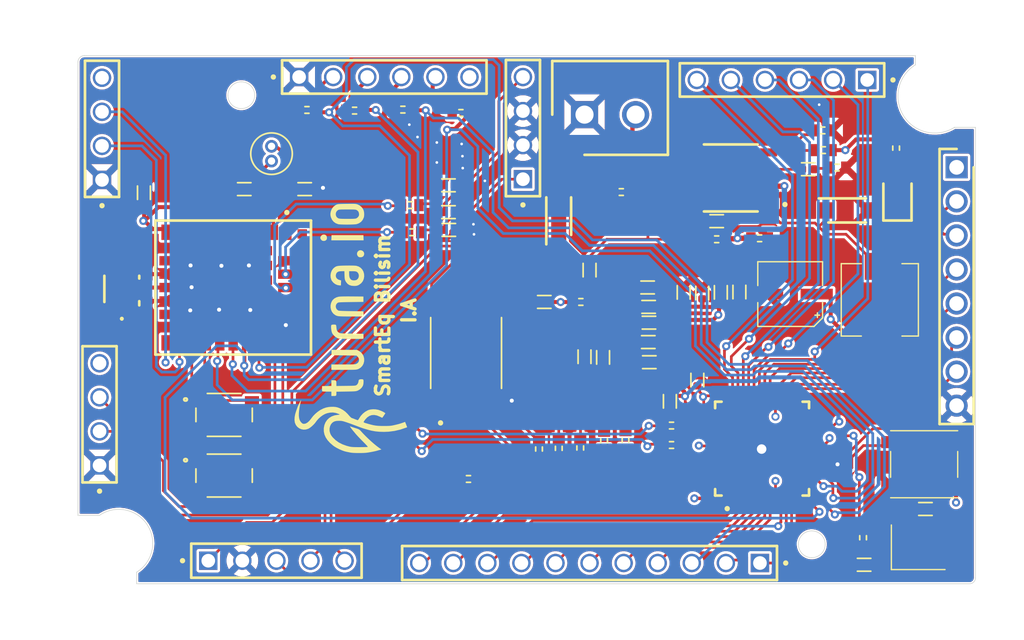
<source format=kicad_pcb>
(kicad_pcb (version 20230606) (generator pcbnew)
  (layers (0 "F.Cu" signal "Top Layer 1") (1 "In1.Cu" power "PLANE 1") (2 "In2.Cu" power "PLANE 2") (31 "B.Cu" signal "Bottom Layer 1") (34 "B.Paste" user "Bottom Paste") (35 "F.Paste" user "Top Paste") (36 "B.SilkS" user "Bottom Overlay") (37 "F.SilkS" user "Top Overlay") (38 "B.Mask" user "Bottom Solder") (39 "F.Mask" user "Top Solder") (44 "Edge.Cuts" user))
  (net 0 "")
  (net 1 "NetC24_1")
  (net 2 "RGB LED")
  (net 3 "TXD")
  (net 4 "SWITCH2")
  (net 5 "RXD")
  (net 6 "RESET")
  (net 7 "NINAB410-CTS")
  (net 8 "NINAB401-RTS")
  (net 9 "NINAB401-DTR")
  (net 10 "NINAB401-DSR")
  (net 11 "NetJ2_05")
  (net 12 "NetJ2_04")
  (net 13 "NetJ2_03")
  (net 14 "NetJ2_02")
  (net 15 "NetJ1_3")
  (net 16 "NetC6_1")
  (net 17 "NetC4_2")
  (net 18 "NetC3_2")
  (net 19 "NetC2_2")
  (net 20 "BLE NFC2")
  (net 21 "BLE NFC1")
  (net 22 "BLE IO 35")
  (net 23 "BLE IO34")
  (net 24 "BLE IO25")
  (net 25 "BLE IO24")
  (net 26 "GPIO29")
  (net 27 "GPIO24")
  (net 28 "NetR32_2")
  (net 29 "NetR29_2")
  (net 30 "NetR28_1")
  (net 31 "NetR16_1")
  (net 32 "NetJ9_03")
  (net 33 "+3V3")
  (net 34 "+1V1")
  (net 35 "XOUT")
  (net 36 "XIN")
  (net 37 "USB D P")
  (net 38 "USB D N")
  (net 39 "SWD")
  (net 40 "SWCLK")
  (net 41 "RUN")
  (net 42 "QSPI_SD3")
  (net 43 "QSPI_SD2")
  (net 44 "QSPI_SD1")
  (net 45 "QSPI_SD0")
  (net 46 "QSPI_SCLK")
  (net 47 "QSPI_CSN")
  (net 48 "NetR17_1")
  (net 49 "NetR15_1")
  (net 50 "NetR14_1")
  (net 51 "NetR13_1")
  (net 52 "NetR12_1")
  (net 53 "NetR11_1")
  (net 54 "NetD4_2")
  (net 55 "NetD2_2")
  (net 56 "NetC29_2")
  (net 57 "NetC29_1")
  (net 58 "NetC26_2")
  (net 59 "NetC26_1")
  (net 60 "I2C SDA")
  (net 61 "I2C SCL")
  (net 62 "GPIO28")
  (net 63 "GPIO27")
  (net 64 "GPIO26")
  (net 65 "GPIO25")
  (net 66 "GPIO23")
  (net 67 "GPIO22")
  (net 68 "GPIO21")
  (net 69 "GPIO20")
  (net 70 "GPIO10")
  (net 71 "GPIO9")
  (net 72 "GPIO8")
  (net 73 "GPIO7")
  (net 74 "GPIO6")
  (net 75 "GPIO5")
  (net 76 "GPIO4")
  (net 77 "GPIO3")
  (net 78 "GPIO2")
  (net 79 "GPIO1")
  (net 80 "GPIO0")
  (net 81 "GND")
  (net 82 "+VIN")
  (footprint "PcbLib1.PcbLib:Header_4Ways_2x54_Male" (layer "F.Cu") (at 116.65909 115.87368 90)
    (property "Reference" "J5" hide)
    (property "Value" "DNP" hide)
  )
  (footprint "PcbLib1.PcbLib:C_0402" (layer "F.Cu") (at 169.4842 93.77964)
    (property "Reference" "C29" hide)
    (property "Value" "22pF" hide)
  )
  (footprint "PcbLib1.PcbLib:C_0402" (layer "F.Cu") (at 157.61183 105.22465 180)
    (property "Reference" "C10" hide)
    (property "Value" "100nF" hide)
  )
  (footprint "PcbLib1.PcbLib:Res_0402" (layer "F.Cu") (at 139.81882 96.45684 180)
    (property "Reference" "R8" hide)
    (property "Value" "0R" hide)
  )
  (footprint "PcbLib1.PcbLib:SOIC127P600X170-9N" (layer "F.Cu") (at 163.7092 94.42964 180)
    (property "Reference" "IC2" hide)
    (property "Value" "MP1584EN-LF-Z" hide)
  )
  (footprint "PcbLib1.PcbLib:XTAL_ECS-3X8X" (layer "F.Cu") (at 129.47782 92.61938 90)
    (property "Reference" "Y1" hide)
    (property "Value" "32.768 kHz" hide)
  )
  (footprint "PcbLib1.PcbLib:SKRPANE010" (layer "F.Cu") (at 125.94382 112.10684)
    (property "Reference" "S3" hide)
    (property "Value" "SKRPANE010" hide)
  )
  (footprint "PcbLib1.PcbLib:SKRPANE010" (layer "F.Cu") (at 125.94382 116.63184)
    (property "Reference" "S1" hide)
    (property "Value" "SKRPANE010" hide)
  )
  (footprint "PcbLib1.PcbLib:C_0402" (layer "F.Cu") (at 154.19202 107.81723 90)
    (property "Reference" "C20" hide)
    (property "Value" "100nF" hide)
  )
  (footprint "PcbLib1.PcbLib:C_0402" (layer "F.Cu") (at 160.19926 102.96583 90)
    (property "Reference" "C13" hide)
    (property "Value" "100nF" hide)
  )
  (footprint "PcbLib1.PcbLib:Res_0402" (layer "F.Cu") (at 152.5342 103.67964 180)
    (property "Reference" "R20" hide)
    (property "Value" "DNP" hide)
  )
  (footprint "PcbLib1.PcbLib:C_0402" (layer "F.Cu") (at 131.95033 95.26363 180)
    (property "Reference" "C2" hide)
    (property "Value" "22pF" hide)
  )
  (footprint "PcbLib1.PcbLib:C_0402" (layer "F.Cu") (at 142.69382 98.30683)
    (property "Reference" "C6" hide)
    (property "Value" "330pF" hide)
  )
  (footprint "PcbLib1.PcbLib:C_0402" (layer "F.Cu") (at 157.63683 108.17465 180)
    (property "Reference" "C17" hide)
    (property "Value" "100nF" hide)
  )
  (footprint "PcbLib1.PcbLib:2SS100LW" (layer "F.Cu") (at 150.8842 97.27964 90)
    (property "Reference" "D2" hide)
    (property "Value" "2SS100L-W" hide)
  )
  (footprint "PcbLib1.PcbLib:C_0402" (layer "F.Cu") (at 119.96882 95.53184 -90)
    (property "Reference" "C1" hide)
    (property "Value" "0.1uF" hide)
  )
  (footprint "PcbLib1.PcbLib:Header_4Ways_2x54_Male" (layer "F.Cu") (at 148.21882 94.52184 90)
    (property "Reference" "J3" hide)
    (property "Value" "Header_4Ways_2x54_Male" hide)
  )
  (footprint "PcbLib1.PcbLib:XT100UF10V90RV0060" (layer "F.Cu") (at 168.26362 103.09283 -90)
    (property "Reference" "C27" hide)
    (property "Value" "100uF" hide)
  )
  (footprint "PcbLib1.PcbLib:Res_0402" (layer "F.Cu") (at 173.57222 121.26818 90)
    (property "Reference" "R18" hide)
    (property "Value" "1K" hide)
  )
  (footprint "PcbLib1.PcbLib:NCD0805R1" (layer "F.Cu") (at 176.1342 95.85464 90)
    (property "Reference" "LED1" hide)
    (property "Value" "Green LED" hide)
  )
  (footprint "PcbLib1.PcbLib:C_0402" (layer "F.Cu") (at 173.64842 123.28583 180)
    (property "Reference" "C24" hide)
    (property "Value" "27pF" hide)
  )
  (footprint "PcbLib1.PcbLib:C_0402" (layer "F.Cu") (at 164.35202 102.94043 90)
    (property "Reference" "C16" hide)
    (property "Value" "100nF" hide)
  )
  (footprint "PcbLib1.PcbLib:YSPI0530-100M" (layer "F.Cu") (at 174.94382 103.52463)
    (property "Reference" "L1" hide)
    (property "Value" "10uH" hide)
  )
  (footprint "PcbLib1.PcbLib:Res_0402" (layer "F.Cu") (at 139.94382 98.48184 180)
    (property "Reference" "R9" hide)
    (property "Value" "0R" hide)
  )
  (footprint "PcbLib1.PcbLib:UFLRSMT10" (layer "F.Cu") (at 118.31882 102.68184 90)
    (property "Reference" "J1" hide)
    (property "Value" "U.FL-R-SMT_10" hide)
  )
  (footprint "PcbLib1.PcbLib:C_0402" (layer "F.Cu") (at 161.21882 109.50684 90)
    (property "Reference" "C7" hide)
    (property "Value" "1uF" hide)
  )
  (footprint "PcbLib1.PcbLib:SHDR2W80P0X381_1X2_862X700X920P" (layer "F.Cu") (at 152.80778 89.70684)
    (property "Reference" "J10" hide)
    (property "Value" "KF2EDGV-3.5-3.81" hide)
  )
  (footprint "PcbLib1.PcbLib:C_0402" (layer "F.Cu") (at 161.58352 103.01663 90)
    (property "Reference" "C14" hide)
    (property "Value" "100nF" hide)
  )
  (footprint "PcbLib1.PcbLib:C_0402" (layer "F.Cu") (at 162.6592 97.65464 180)
    (property "Reference" "C26" hide)
    (property "Value" "0.1uF" hide)
  )
  (footprint "PcbLib1.PcbLib:C_0402" (layer "F.Cu") (at 149.8092 103.67964 180)
    (property "Reference" "C25" hide)
    (property "Value" "100nF" hide)
  )
  (footprint "PcbLib1.PcbLib:Header 5 Ways 2x54" (layer "F.Cu") (at 129.84382 122.98184 180)
    (property "Reference" "J9" hide)
    (property "Value" "DNP" hide)
  )
  (footprint "PcbLib1.PcbLib:SODFL3618X143N" (layer "F.Cu") (at 172.3842 96.85464)
    (property "Reference" "D3" hide)
    (property "Value" "LMBR340FT1G" hide)
  )
  (footprint "PcbLib1.PcbLib:C_0402" (layer "F.Cu") (at 153.1842 101.30464 -90)
    (property "Reference" "C28" hide)
    (property "Value" "10uF" hide)
  )
  (footprint "PcbLib1.PcbLib:Res_0402" (layer "F.Cu") (at 152.49022 114.57363 90)
    (property "Reference" "R12" hide)
    (property "Value" "27R" hide)
  )
  (footprint "PcbLib1.PcbLib:Res_0402" (layer "F.Cu") (at 154.26822 114.04023 90)
    (property "Reference" "R11" hide)
    (property "Value" "27R" hide)
  )
  (footprint "PcbLib1.PcbLib:Header_4Ways_2x54_Male" (layer "F.Cu") (at 116.84382 94.57683 90)
    (property "Reference" "J4" hide)
    (property "Value" "DNP" hide)
  )
  (footprint "PcbLib1.PcbLib:C_0402" (layer "F.Cu") (at 159.17042 111.09383 -90)
    (property "Reference" "C18" hide)
    (property "Value" "1uF" hide)
  )
  (footprint "PcbLib1.PcbLib:Res_0402" (layer "F.Cu") (at 159.29296 114.35388 180)
    (property "Reference" "R17" hide)
    (property "Value" "27R" hide)
  )
  (footprint "PcbLib1.PcbLib:Header_6Ways_2x54" (layer "F.Cu") (at 167.52925 87.11986)
    (property "Reference" "J8" hide)
    (property "Value" "DNP" hide)
  )
  (footprint "PcbLib1.PcbLib:Res_0402" (layer "F.Cu") (at 159.29382 112.90084 180)
    (property "Reference" "R16" hide)
    (property "Value" "27R" hide)
  )
  (footprint "PcbLib1.PcbLib:Crystal_SMD_3225-4Pin_3.2x2.5mm" (layer "F.Cu") (at 176.56942 121.10323)
    (property "Reference" "Y2" hide)
    (property "Value" "12000MHz" hide)
  )
  (footprint "PcbLib1.PcbLib:Res_0402" (layer "F.Cu") (at 150.89002 114.59903 90)
    (property "Reference" "R14" hide)
    (property "Value" "27R" hide)
  )
  (footprint "PcbLib1.PcbLib:C_0402" (layer "F.Cu") (at 142.66882 96.98184)
    (property "Reference" "C5" hide)
    (property "Value" "DNP" hide)
  )
  (footprint "PcbLib1.PcbLib:Res_0402" (layer "F.Cu") (at 143.59382 89.58184)
    (property "Reference" "R1" hide)
    (property "Value" "1K" hide)
  )
  (footprint "PcbLib1.PcbLib:Res_0402" (layer "F.Cu") (at 162.6592 99.00464 180)
    (property "Reference" "R28" hide)
    (property "Value" "100K" hide)
  )
  (footprint "PcbLib1.PcbLib:Res_0402" (layer "F.Cu") (at 176.0342 92.20464 90)
    (property "Reference" "R27" hide)
    (property "Value" "510R" hide)
  )
  (footprint "PcbLib1.PcbLib:C_0402" (layer "F.Cu") (at 162.96777 102.96403 90)
    (property "Reference" "C15" hide)
    (property "Value" "100nF" hide)
  )
  (footprint "PcbLib1.PcbLib:Res_0402" (layer "F.Cu") (at 171.6342 93.65464 180)
    (property "Reference" "R33" hide)
    (property "Value" "68.1K" hide)
  )
  (footprint "PcbLib1.PcbLib:Res_0402" (layer "F.Cu") (at 139.26882 89.33184)
    (property "Reference" "R2" hide)
    (property "Value" "1K" hide)
  )
  (footprint "PcbLib1.PcbLib:C_0402" (layer "F.Cu") (at 157.51183 102.59965 180)
    (property "Reference" "C12" hide)
    (property "Value" "100nF" hide)
  )
  (footprint "PcbLib1.PcbLib:C_0402" (layer "F.Cu") (at 157.56183 106.67465 180)
    (property "Reference" "C9" hide)
    (property "Value" "100nF" hide)
  )
  (footprint "PcbLib1.PcbLib:W25Q128JVSIQ" (layer "F.Cu") (at 143.98122 107.48703 90)
    (property "Reference" "U5" hide)
    (property "Value" "W25Q128JVSIQ" hide)
  )
  (footprint "PcbLib1.PcbLib:Header_6Ways_2x54" (layer "F.Cu") (at 137.88522 86.89968 180)
    (property "Reference" "J2" hide)
    (property "Value" "DNP" hide)
  )
  (footprint "PcbLib1.PcbLib:WS28128-B" (layer "F.Cu") (at 180.62393 118.28522 180)
    (property "Reference" "RGB LED 1" hide)
    (property "Value" "WS28128-B" hide)
  )
  (footprint "PcbLib1.PcbLib:C_0402" (layer "F.Cu") (at 152.80777 107.76643 90)
    (property "Reference" "C21" hide)
    (property "Value" "100nF" hide)
  )
  (footprint "PcbLib1.PcbLib:Res_0402" (layer "F.Cu") (at 170.56906 90.88295 180)
    (property "Reference" "R29" hide)
    (property "Value" "40.2K" hide)
  )
  (footprint "PcbLib1.PcbLib:C_0402" (layer "F.Cu") (at 142.66882 94.98184)
    (property "Reference" "C4" hide)
    (property "Value" "330pF" hide)
  )
  (footprint "PcbLib1.PcbLib:Res_0402" (layer "F.Cu") (at 155.8625 113.99877 90)
    (property "Reference" "R15" hide)
    (property "Value" "27R" hide)
  )
  (footprint "PcbLib1.PcbLib:Header_8Ways_2x54" (layer "F.Cu") (at 180.54382 93.63684 -90)
    (property "Reference" "J6" hide)
    (property "Value" "DNP" hide)
  )
  (footprint "PcbLib1.PcbLib:Res_0402" (layer "F.Cu") (at 149.41682 114.64983 90)
    (property "Reference" "R13" hide)
    (property "Value" "27R" hide)
  )
  (footprint "PcbLib1.PcbLib:Res_0402" (layer "F.Cu") (at 155.55016 95.48271)
    (property "Reference" "R32" hide)
    (property "Value" "200K" hide)
  )
  (footprint "Logo.Preety:logo" (layer "F.Cu") (at 135.3892 105.66564 90)
    (property "Reference" "G***" hide)
    (property "Value" "LOGO" hide)
  )
  (footprint "PcbLib1.PcbLib:Res_0402" (layer "F.Cu") (at 165.8592 98.92964 180)
    (property "Reference" "R31" hide)
    (property "Value" "200K" hide)
  )
  (footprint "PcbLib1.PcbLib:Res_0402" (layer "F.Cu") (at 144.15902 116.88503)
    (property "Reference" "R19" hide)
    (property "Value" "10K" hide)
  )
  (footprint "PcbLib1.PcbLib:Res_0402" (layer "F.Cu") (at 170.6092 92.35464 180)
    (property "Reference" "R30" hide)
    (property "Value" "124K" hide)
  )
  (footprint "PcbLib1.PcbLib:C_0402" (layer "F.Cu") (at 178.2192 119.12564 180)
    (property "Reference" "C23" hide)
    (property "Value" "27pF" hide)
  )
  (footprint "PcbLib1.PcbLib:C_0402" (layer "F.Cu") (at 157.58683 104.04965 180)
    (property "Reference" "C11" hide)
    (property "Value" "100nF" hide)
  )
  (footprint "PcbLib1.PcbLib:C_0402" (layer "F.Cu") (at 127.44582 95.26363)
    (property "Reference" "C3" hide)
    (property "Value" "22pF" hide)
  )
  (footprint "PcbLib1.PcbLib:Res_0402" (layer "F.Cu") (at 132.11882 89.35684)
    (property "Reference" "R4" hide)
    (property "Value" "1K" hide)
  )
  (footprint "PcbLib1.PcbLib:QFN40P700X700X90-57N" (layer "F.Cu") (at 166.04382 114.62184 90)
    (property "Reference" "U2" hide)
    (property "Value" "RP2040" hide)
  )
  (footprint "PcbLib1.PcbLib:NINA_LGA67R_1160X1000X223_PIN - duplicate" (layer "F.Cu") (at 126.69382 102.60684 180)
    (property "Reference" "U1" hide)
    (property "Value" "NINA-B411" hide)
  )
  (footprint "PcbLib1.PcbLib:Res_0402" (layer "F.Cu") (at 135.66882 89.40683)
    (property "Reference" "R3" hide)
    (property "Value" "1K" hide)
  )
  (footprint "PcbLib1.PcbLib:Header 11 Ways 2x54" (layer "F.Cu") (at 153.1842 123.15516)
    (property "Reference" "J7" hide)
    (property "Value" "DNP" hide)
  )
  (gr_line (start 180.39449 90.65683) (end 181.9491 90.65683) (stroke (width 0.05)) (layer "Edge.Cuts"))
  (gr_line (start 181.506107 124.70213) (end 119.42659 124.70202) (stroke (width 0.05)) (layer "Edge.Cuts"))
  (gr_arc (start 181.9491 124.259023) (mid 181.819363 124.572315) (end 181.506107 124.70213) (stroke (width 0.05)) (layer "Edge.Cuts"))
  (gr_line (start 180.369173 90.667515) (end 180.36918 90.66752) (stroke (width 0.05)) (layer "Edge.Cuts"))
  (gr_line (start 116.64511 119.60448) (end 115.0531 119.60448) (stroke (width 0.05)) (layer "Edge.Cuts"))
  (gr_line (start 181.9491 90.65683) (end 181.9491 124.259023) (stroke (width 0.05)) (layer "Edge.Cuts"))
  (gr_arc (start 116.64511 119.604481) (mid 120.209329 120.291519) (end 119.426858 123.83601) (stroke (width 0.05)) (layer "Edge.Cuts"))
  (gr_arc (start 115.05334 85.77883) (mid 115.192105 85.443838) (end 115.5271 85.30507) (stroke (width 0.05)) (layer "Edge.Cuts"))
  (gr_arc (start 169.74874 120.75645) (mid 170.455817 121.049358) (end 170.74874 121.75645) (stroke (width 0.05)) (layer "Edge.Cuts"))
  (gr_arc (start 180.369173 90.667515) (mid 176.584492 89.780417) (end 177.468022 85.994905) (stroke (width 0.05)) (layer "Edge.Cuts"))
  (gr_line (start 115.0531 90.78655) (end 115.05334 85.77883) (stroke (width 0.05)) (layer "Edge.Cuts"))
  (gr_arc (start 126.22516 88.25771) (mid 126.518047 87.550583) (end 127.22516 87.25766) (stroke (width 0.05)) (layer "Edge.Cuts"))
  (gr_arc (start 127.22516 87.25764) (mid 127.932303 87.550546) (end 128.22516 88.25771) (stroke (width 0.05)) (layer "Edge.Cuts"))
  (gr_line (start 119.42659 124.70202) (end 119.426858 123.83601) (stroke (width 0.05)) (layer "Edge.Cuts"))
  (gr_line (start 168.750958 121.658178) (end 168.74874 121.75645) (stroke (width 0.05)) (layer "Edge.Cuts"))
  (gr_arc (start 170.74874 121.75645) (mid 170.455862 122.463567) (end 169.748742 122.75644) (stroke (width 0.05)) (layer "Edge.Cuts"))
  (gr_arc (start 128.22516 88.25771) (mid 127.932261 88.964796) (end 127.225161 89.25766) (stroke (width 0.05)) (layer "Edge.Cuts"))
  (gr_line (start 115.5271 85.30507) (end 115.52374 85.30569) (stroke (width 0.05)) (layer "Edge.Cuts"))
  (gr_arc (start 169.74874 122.75645) (mid 169.041604 122.463572) (end 168.74874 121.75645) (stroke (width 0.05)) (layer "Edge.Cuts"))
  (gr_arc (start 168.750958 121.658178) (mid 169.075438 121.013574) (end 169.748738 120.753826) (stroke (width 0.05)) (layer "Edge.Cuts"))
  (gr_line (start 115.0531 119.60448) (end 115.0531 90.78655) (stroke (width 0.05)) (layer "Edge.Cuts"))
  (gr_line (start 177.46775 85.9938) (end 177.468022 85.994905) (stroke (width 0.05)) (layer "Edge.Cuts"))
  (gr_line (start 115.52374 85.30569) (end 177.46775 85.30569) (stroke (width 0.05)) (layer "Edge.Cuts"))
  (gr_line (start 180.36918 90.66752) (end 180.39449 90.65683) (stroke (width 0.05)) (layer "Edge.Cuts"))
  (gr_line (start 177.46775 85.30569) (end 177.46775 85.9938) (stroke (width 0.05)) (layer "Edge.Cuts"))
  (gr_arc (start 127.22516 89.25771) (mid 126.51809 88.964801) (end 126.22516 88.25771) (stroke (width 0.05)) (layer "Edge.Cuts"))
  (gr_text "I.A\n" (at 140.3092 105.41564 90) (layer "F.SilkS") (effects (font (size 1 1) (thickness 0.25) bold) (justify left bottom)))
  (gr_text "SmartEq Bilisim" (at 138.3592 110.88564 90) (layer "F.SilkS") (effects (font (size 1 1) (thickness 0.25) bold) (justify left bottom)))
  (segment (start 174.07842 123.28583) (end 174.56102 122.80323) (width 0.2) (layer "F.Cu") (net 1))
  (segment (start 174.07842 123.28583) (end 174.07842 123.23539) (width 0.2) (layer "F.Cu") (net 1))
  (segment (start 173.57222 122.72919) (end 174.07842 123.23539) (width 0.2) (layer "F.Cu") (net 1))
  (segment (start 174.56102 122.80323) (end 176.56942 122.80323) (width 0.2) (layer "F.Cu") (net 1))
  (segment (start 173.57222 122.72919) (end 173.57222 121.91818) (width 0.2) (layer "F.Cu") (net 1))
  (segment (start 175.41332 114.39583) (end 175.67393 114.13522) (width 0.2) (layer "F.Cu") (net 2))
  (segment (start 172.73402 115.25943) (end 173.59762 114.39583) (width 0.2) (layer "F.Cu") (net 2))
  (segment (start 172.38802 116.39283) (end 172.73402 116.04683) (width 0.2) (layer "F.Cu") (net 2))
  (segment (start 169.47882 116.02184) (end 170.3703 116.02184) (width 0.2) (layer "F.Cu") (net 2))
  (segment (start 170.3703 116.02184) (end 170.74129 116.39283) (width 0.2) (layer "F.Cu") (net 2))
  (segment (start 170.74129 116.39283) (end 172.38802 116.39283) (width 0.2) (layer "F.Cu") (net 2))
  (segment (start 172.73402 116.04683) (end 172.73402 115.25943) (width 0.2) (layer "F.Cu") (net 2))
  (segment (start 173.59762 114.39583) (end 175.41332 114.39583) (width 0.2) (layer "F.Cu") (net 2))
  (segment (start 136.31882 89.40683) (end 136.36862 89.35704) (width 0.3) (layer "F.Cu") (net 3))
  (segment (start 136.36862 89.35704) (end 137.24432 89.35704) (width 0.3) (layer "F.Cu") (net 3))
  (segment (start 127.4987 108.37458) (end 127.4987 106.96171) (width 0.2) (layer "F.Cu") (net 3))
  (segment (start 127.44382 106.90684) (end 127.61882 106.73184) (width 0.2) (layer "F.Cu") (net 3))
  (segment (start 127.44129 108.43199) (end 127.4987 108.37458) (width 0.2) (layer "F.Cu") (net 3))
  (segment (start 168.64382 118.05684) (end 169.16882 118.58184) (width 0.2) (layer "F.Cu") (net 3))
  (segment (start 127.44382 106.90684) (end 127.4987 106.96171) (width 0.2) (layer "F.Cu") (net 3))
  (segment (start 169.16882 118.58184) (end 169.56882 118.58184) (width 0.2) (layer "F.Cu") (net 3))
  (segment (start 169.56882 118.58184) (end 170.31882 119.33183) (width 0.2) (layer "F.Cu") (net 3))
  (via (at 170.31882 119.33183) (size 0.6) (drill 0.3) (layers "F.Cu" "B.Cu") (net 3))
  (via (at 137.24432 89.35704) (size 0.6) (drill 0.3) (layers "F.Cu" "B.Cu") (net 3))
  (via (at 127.44129 108.43199) (size 0.6) (drill 0.3) (layers "F.Cu" "B.Cu") (net 3))
  (segment (start 127.76882 109.48184) (end 131.83429 109.48184) (width 0.2) (layer "B.Cu") (net 3))
  (segment (start 126.84382 106.95684) (end 127.41882 107.53183) (width 0.2) (layer "B.Cu") (net 3))
  (segment (start 131.83429 109.48184) (end 140.39382 100.92231) (width 0.2) (layer "B.Cu") (net 3))
  (segment (start 123.48423 119.80684) (end 169.84382 119.80684) (width 0.2) (layer "B.Cu") (net 3))
  (segment (start 169.84382 119.80684) (end 170.31882 119.33183) (width 0.2) (layer "B.Cu") (net 3))
  (segment (start 121.54382 110.79823) (end 125.38521 106.95684) (width 0.2) (layer "B.Cu") (net 3))
  (segment (start 137.24432 89.35704) (end 140.39382 92.50654) (width 0.2) (layer "B.Cu") (net 3))
  (segment (start 125.38521 106.95684) (end 126.84382 106.95684) (width 0.2) (layer "B.Cu") (net 3))
  (segment (start 121.54382 117.86643) (end 123.48423 119.80684) (width 0.2) (layer "B.Cu") (net 3))
  (segment (start 127.41882 108.43184) (end 127.41882 107.53183) (width 0.2) (layer "B.Cu") (net 3))
  (segment (start 127.44129 109.15431) (end 127.76882 109.48184) (width 0.2) (layer "B.Cu") (net 3))
  (segment (start 127.44129 109.15431) (end 127.44129 108.43199) (width 0.2) (layer "B.Cu") (net 3))
  (segment (start 121.54382 117.86643) (end 121.54382 110.79823) (width 0.2) (layer "B.Cu") (net 3))
  (segment (start 140.39382 100.92231) (end 140.39382 92.50654) (width 0.2) (layer "B.Cu") (net 3))
  (segment (start 123.53422 106.81644) (end 123.61882 106.73184) (width 0.2) (layer "F.Cu") (net 4))
  (segment (start 122.90742 114.8197) (end 122.93168 114.8197) (width 0.2) (layer "F.Cu") (net 4))
  (segment (start 122.93168 114.8197) (end 123.66882 115.55684) (width 0.2) (layer "F.Cu") (net 4))
  (segment (start 123.53422 109.72223) (end 123.53422 106.81644) (width 0.2) (layer "F.Cu") (net 4))
  (segment (start 123.66882 115.55684) (end 123.86882 115.55684) (width 0.2) (layer "F.Cu") (net 4))
  (segment (start 123.86882 115.55684) (end 123.96882 115.65684) (width 0.2) (layer "F.Cu") (net 4))
  (segment (start 127.91882 115.65684) (end 128.01882 115.55684) (width 0.2) (layer "F.Cu") (net 4))
  (segment (start 122.51882 114.4311) (end 122.90742 114.8197) (width 0.2) (layer "F.Cu") (net 4))
  (segment (start 122.51882 114.4311) (end 122.51882 110.73763) (width 0.2) (layer "F.Cu") (net 4))
  (segment (start 123.96882 115.65684) (end 127.91882 115.65684) (width 0.2) (layer "F.Cu") (net 4))
  (segment (start 122.51882 110.73763) (end 123.53422 109.72223) (width 0.2) (layer "F.Cu") (net 4))
  (segment (start 169.77382 117.83684) (end 169.77382 117.22184) (width 0.2) (layer "F.Cu") (net 5))
  (segment (start 132.76882 89.35684) (end 132.94382 89.53184) (width 0.3) (layer "F.Cu") (net 5))
  (segment (start 169.47882 117.22184) (end 169.77382 117.22184) (width 0.2) (layer "F.Cu") (net 5))
  (segment (start 169.77382 117.83684) (end 171.46882 119.53183) (width 0.2) (layer "F.Cu") (net 5))
  (segment (start 128.54382 108.55684) (end 128.54382 106.80684) (width 0.2) (layer "F.Cu") (net 5))
  (segment (start 128.54382 108.55684) (end 128.56882 108.58184) (width 0.2) (layer "F.Cu") (net 5))
  (segment (start 128.54382 106.80684) (end 128.61882 106.73184) (width 0.2) (layer "F.Cu") (net 5))
  (segment (start 132.94382 89.53184) (end 133.76882 89.53184) (width 0.3) (layer "F.Cu") (net 5))
  (via (at 128.56882 108.58184) (size 0.6) (drill 0.3) (layers "F.Cu" "B.Cu") (net 5))
  (via (at 171.46882 119.53183) (size 0.6) (drill 0.3) (layers "F.Cu" "B.Cu") (net 5))
  (via (at 133.76882 89.53184) (size 0.6) (drill 0.3) (layers "F.Cu" "B.Cu") (net 5))
  (segment (start 171.70926 119.39963) (end 173.21662 119.39963) (width 0.2) (layer "B.Cu") (net 5))
  (segment (start 175.16882 117.44743) (end 175.16882 113.80683) (width 0.2) (layer "B.Cu") (net 5))
  (segment (start 135.06022 86.16544) (end 135.61882 85.60683) (width 0.2) (layer "B.Cu") (net 5))
  (segment (start 146.44502 96.64123) (end 146.44502 86.03863) (width 0.2) (layer "B.Cu") (net 5))
  (segment (start 128.56882 108.58184) (end 128.59382 108.55683) (width 0.2) (layer "B.Cu") (net 5))
  (segment (start 169.41999 108.05801) (end 175.16882 113.80683) (width 0.2) (layer "B.Cu") (net 5))
  (segment (start 165.04235 108.33184) (end 165.31618 108.05801) (width 0.2) (layer "B.Cu") (net 5))
  (segment (start 132.09382 108.55683) (end 139.76482 100.88583) (width 0.2) (layer "B.Cu") (net 5))
  (segment (start 165.31618 108.05801) (end 169.41999 108.05801) (width 0.2) (layer "B.Cu") (net 5))
  (segment (start 173.21662 119.39963) (end 175.16882 117.44743) (width 0.2) (layer "B.Cu") (net 5))
  (segment (start 135.61882 85.60683) (end 146.01322 85.60683) (width 0.2) (layer "B.Cu") (net 5))
  (segment (start 153.40462 99.05423) (end 158.17982 99.05423) (width 0.2) (layer "B.Cu") (net 5))
  (segment (start 133.76882 89.53184) (end 135.06022 88.24044) (width 0.2) (layer "B.Cu") (net 5))
  (segment (start 146.44502 96.64123) (end 147.43562 97.63183) (width 0.2) (layer "B.Cu") (net 5))
  (segment (start 171.46882 119.53183) (end 171.57706 119.53183) (width 0.2) (layer "B.Cu") (net 5))
  (segment (start 161.93902 106.69963) (end 161.93902 102.81343) (width 0.2) (layer "B.Cu") (net 5))
  (segment (start 151.98222 97.63183) (end 153.40462 99.05423) (width 0.2) (layer "B.Cu") (net 5))
  (segment (start 147.43562 97.63183) (end 151.98222 97.63183) (width 0.2) (layer "B.Cu") (net 5))
  (segment (start 128.59382 108.55683) (end 132.09382 108.55683) (width 0.2) (layer "B.Cu") (net 5))
  (segment (start 135.06022 88.24044) (end 135.06022 86.16544) (width 0.2) (layer "B.Cu") (net 5))
  (segment (start 158.17982 99.05423) (end 161.93902 102.81343) (width 0.2) (layer "B.Cu") (net 5))
  (segment (start 137.55502 90.54523) (end 139.76482 92.75503) (width 0.2) (layer "B.Cu") (net 5))
  (segment (start 139.76482 100.88583) (end 139.76482 92.75503) (width 0.2) (layer "B.Cu") (net 5))
  (segment (start 171.57706 119.53183) (end 171.70926 119.39963) (width 0.2) (layer "B.Cu") (net 5))
  (segment (start 133.76882 89.53184) (end 134.78221 90.54523) (width 0.2) (layer "B.Cu") (net 5))
  (segment (start 146.01322 85.60683) (end 146.44502 86.03863) (width 0.2) (layer "B.Cu") (net 5))
  (segment (start 161.93902 106.69963) (end 163.57123 108.33184) (width 0.2) (layer "B.Cu") (net 5))
  (segment (start 134.78221 90.54523) (end 137.55502 90.54523) (width 0.2) (layer "B.Cu") (net 5))
  (segment (start 163.57123 108.33184) (end 165.04235 108.33184) (width 0.2) (layer "B.Cu") (net 5))
  (segment (start 124.49942 109.77303) (end 124.49942 106.85124) (width 0.2) (layer "F.Cu") (net 6))
  (segment (start 123.86882 111.03184) (end 128.01882 111.03184) (width 0.2) (layer "F.Cu") (net 6))
  (segment (start 123.86882 110.40363) (end 124.49942 109.77303) (width 0.2) (layer "F.Cu") (net 6))
  (segment (start 124.49942 106.85124) (end 124.61882 106.73184) (width 0.2) (layer "F.Cu") (net 6))
  (segment (start 123.86882 111.03184) (end 123.86882 110.40363) (width 0.2) (layer "F.Cu") (net 6))
  (segment (start 171.31882 118.27494) (end 171.31882 117.27331) (width 0.2) (layer "F.Cu") (net 7))
  (segment (start 169.47882 116.42184) (end 170.20461 116.42184) (width 0.2) (layer "F.Cu") (net 7))
  (segment (start 139.99382 89.38184) (end 140.96882 89.38184) (width 0.3) (layer "F.Cu") (net 7))
  (segment (start 170.20461 116.42184) (end 170.60461 116.82183) (width 0.2) (layer "F.Cu") (net 7))
  (segment (start 126.42009 106.93057) (end 126.61882 106.73184) (width 0.3) (layer "F.Cu") (net 7))
  (segment (start 126.59427 108.32308) (end 126.60655 108.3108) (width 0.3) (layer "F.Cu") (net 7))
  (segment (start 170.60461 116.82183) (end 170.86735 116.82183) (width 0.2) (layer "F.Cu") (net 7))
  (segment (start 126.60655 108.3108) (end 126.60655 107.11703) (width 0.2) (layer "F.Cu") (net 7))
  (segment (start 126.42009 106.93057) (end 126.60655 107.11703) (width 0.3) (layer "F.Cu") (net 7))
  (segment (start 171.31882 118.27494) (end 171.3552 118.31131) (width 0.2) (layer "F.Cu") (net 7))
  (segment (start 170.86735 116.82183) (end 171.31882 117.27331) (width 0.2) (layer "F.Cu") (net 7))
  (via (at 140.96882 89.38184) (size 0.6) (drill 0.3) (layers "F.Cu" "B.Cu") (net 7))
  (via (at 171.3552 118.31131) (size 0.6) (drill 0.3) (layers "F.Cu" "B.Cu") (net 7))
  (via (at 126.59427 108.32308) (size 0.6) (drill 0.3) (layers "F.Cu" "B.Cu") (net 7))
  (segment (start 140.96882 89.38184) (end 141.54802 89.96103) (width 0.2) (layer "B.Cu") (net 7))
  (segment (start 169.25431 108.45801) (end 174.29382 113.49752) (width 0.2) (layer "B.Cu") (net 7))
  (segment (start 165.48186 108.45801) (end 169.25431 108.45801) (width 0.2) (layer "B.Cu") (net 7))
  (segment (start 132.02381 110.32584) (end 140.94382 101.40583) (width 0.2) (layer "B.Cu") (net 7))
  (segment (start 140.94382 101.40583) (end 140.94382 89.40684) (width 0.2) (layer "B.Cu") (net 7))
  (segment (start 145.98782 96.99683) (end 147.14603 98.15504) (width 0.2) (layer "B.Cu") (net 7))
  (segment (start 141.54802 89.96103) (end 143.39702 89.96103) (width 0.2) (layer "B.Cu") (net 7))
  (segment (start 151.87043 98.15504) (end 153.17602 99.46063) (width 0.2) (layer "B.Cu") (net 7))
  (segment (start 145.98782 96.99683) (end 145.98782 92.55183) (width 0.2) (layer "B.Cu") (net 7))
  (segment (start 140.94382 89.40684) (end 140.96882 89.38184) (width 0.2) (layer "B.Cu") (net 7))
  (segment (start 143.39702 89.96103) (end 145.98782 92.55183) (width 0.2) (layer "B.Cu") (net 7))
  (segment (start 157.95122 99.46063) (end 161.50722 103.01663) (width 0.2) (layer "B.Cu") (net 7))
  (segment (start 174.29382 117.17105) (end 174.29382 113.49752) (width 0.2) (layer "B.Cu") (net 7))
  (segment (start 147.14603 98.15504) (end 151.87043 98.15504) (width 0.2) (layer "B.Cu") (net 7))
  (segment (start 153.17602 99.46063) (end 157.95122 99.46063) (width 0.2) (layer "B.Cu") (net 7))
  (segment (start 126.52806 108.38928) (end 126.59427 108.32308) (width 0.2) (layer "B.Cu") (net 7))
  (segment (start 161.50722 106.83351) (end 163.40555 108.73184) (width 0.2) (layer "B.Cu") (net 7))
  (segment (start 126.52806 109.16608) (end 126.52806 108.38928) (width 0.2) (layer "B.Cu") (net 7))
  (segment (start 163.40555 108.73184) (end 165.20803 108.73184) (width 0.2) (layer "B.Cu") (net 7))
  (segment (start 127.68782 110.32584) (end 132.02381 110.32584) (width 0.2) (layer "B.Cu") (net 7))
  (segment (start 171.3552 118.31131) (end 173.15355 118.31131) (width 0.2) (layer "B.Cu") (net 7))
  (segment (start 126.52806 109.16608) (end 127.68782 110.32584) (width 0.2) (layer "B.Cu") (net 7))
  (segment (start 161.50722 106.83351) (end 161.50722 103.01663) (width 0.2) (layer "B.Cu") (net 7))
  (segment (start 173.15355 118.31131) (end 174.29382 117.17105) (width 0.2) (layer "B.Cu") (net 7))
  (segment (start 165.20803 108.73184) (end 165.48186 108.45801) (width 0.2) (layer "B.Cu") (net 7))
  (segment (start 170.01882 116.82184) (end 170.61882 117.42183) (width 0.2) (layer "F.Cu") (net 8))
  (segment (start 143.15122 90.77443) (end 144.24382 89.68184) (width 0.3) (layer "F.Cu") (net 8))
  (segment (start 125.48419 108.03513) (end 125.48419 106.881) (width 0.2) (layer "F.Cu") (net 8))
  (segment (start 125.47693 106.87373) (end 125.48419 106.881) (width 0.2) (layer "F.Cu") (net 8))
  (segment (start 142.56882 90.83184) (end 142.62622 90.77443) (width 0.3) (layer "F.Cu") (net 8))
  (segment (start 125.42679 108.09253) (end 125.48419 108.03513) (width 0.2) (layer "F.Cu") (net 8))
  (segment (start 142.62622 90.77443) (end 143.15122 90.77443) (width 0.3) (layer "F.Cu") (net 8))
  (segment (start 125.47693 106.87373) (end 125.61882 106.73184) (width 0.2) (layer "F.Cu") (net 8))
  (segment (start 169.47882 116.82184) (end 170.01882 116.82184) (width 0.2) (layer "F.Cu") (net 8))
  (segment (start 144.24382 89.68184) (end 144.24382 89.58184) (width 0.3) (layer "F.Cu") (net 8))
  (via (at 125.42679 108.09253) (size 0.6) (drill 0.3) (layers "F.Cu" "B.Cu") (net 8))
  (via (at 170.61882 117.42183) (size 0.6) (drill 0.3) (layers "F.Cu" "B.Cu") (net 8))
  (via (at 142.56882 90.83184) (size 0.6) (drill 0.3) (layers "F.Cu" "B.Cu") (net 8))
  (segment (start 165.37371 109.13184) (end 163.23855 109.13184) (width 0.2) (layer "B.Cu") (net 8))
  (segment (start 161.07542 106.9687) (end 161.07542 103.27063) (width 0.2) (layer "B.Cu") (net 8))
  (segment (start 142.5292 90.87146) (end 142.56882 90.83184) (width 0.2) (layer "B.Cu") (net 8))
  (segment (start 125.42679 109.86481) (end 126.55421 110.99223) (width 0.2) (layer "B.Cu") (net 8))
  (segment (start 171.61029 117.42183) (end 171.99529 117.80683) (width 0.2) (layer "B.Cu") (net 8))
  (segment (start 126.55421 110.99223) (end 132.50843 110.99223) (width 0.2) (layer "B.Cu") (net 8))
  (segment (start 169.08862 108.85801) (end 165.64755 108.85801) (width 0.2) (layer "B.Cu") (net 8))
  (segment (start 143.60743 90.83184) (end 142.56882 90.83184) (width 0.2) (layer "B.Cu") (net 8))
  (segment (start 173.89382 113.6632) (end 169.08862 108.85801) (width 0.2) (layer "B.Cu") (net 8))
  (segment (start 173.89382 117.00536) (end 173.89382 113.6632) (width 0.2) (layer "B.Cu") (net 8))
  (segment (start 171.99529 117.80683) (end 173.09235 117.80683) (width 0.2) (layer "B.Cu") (net 8))
  (segment (start 173.09235 117.80683) (end 173.89382 117.00536) (width 0.2) (layer "B.Cu") (net 8))
  (segment (start 142.5292 100.97146) (end 142.5292 90.87146) (width 0.2) (layer "B.Cu") (net 8))
  (segment (start 144.8592 96.68101) (end 144.8592 92.08361) (width 0.2) (layer "B.Cu") (net 8))
  (segment (start 132.50843 110.99223) (end 142.5292 100.97146) (width 0.2) (layer "B.Cu") (net 8))
  (segment (start 144.8592 92.08361) (end 143.60743 90.83184) (width 0.2) (layer "B.Cu") (net 8))
  (segment (start 152.64262 99.86703) (end 151.34722 98.57163) (width 0.2) (layer "B.Cu") (net 8))
  (segment (start 151.34722 98.57163) (end 146.74982 98.57163) (width 0.2) (layer "B.Cu") (net 8))
  (segment (start 146.74982 98.57163) (end 144.8592 96.68101) (width 0.2) (layer "B.Cu") (net 8))
  (segment (start 157.67182 99.86703) (end 152.64262 99.86703) (width 0.2) (layer "B.Cu") (net 8))
  (segment (start 170.61882 117.42183) (end 171.61029 117.42183) (width 0.2) (layer "B.Cu") (net 8))
  (segment (start 165.64755 108.85801) (end 165.37371 109.13184) (width 0.2) (layer "B.Cu") (net 8))
  (segment (start 161.07542 103.27063) (end 157.67182 99.86703) (width 0.2) (layer "B.Cu") (net 8))
  (segment (start 125.42679 108.09253) (end 125.42679 109.86481) (width 0.2) (layer "B.Cu") (net 8))
  (segment (start 163.23855 109.13184) (end 161.07542 106.9687) (width 0.2) (layer "B.Cu") (net 8))
  (segment (start 121.58307 106.76759) (end 121.61882 106.73184) (width 0.2) (layer "F.Cu") (net 9))
  (segment (start 121.58307 108.19266) (end 121.58307 106.76759) (width 0.2) (layer "F.Cu") (net 9))
  (via (at 121.58307 108.19266) (size 0.6) (drill 0.3) (layers "F.Cu" "B.Cu") (net 9))
  (segment (start 121.58307 108.19266) (end 121.58307 92.73428) (width 0.2) (layer "B.Cu") (net 9))
  (segment (start 116.84382 89.49683) (end 118.34562 89.49683) (width 0.2) (layer "B.Cu") (net 9))
  (segment (start 118.34562 89.49683) (end 121.58307 92.73428) (width 0.2) (layer "B.Cu") (net 9))
  (segment (start 122.61932 108.14693) (end 122.61982 108.14743) (width 0.3) (layer "F.Cu") (net 10))
  (segment (start 122.61932 108.14693) (end 122.61932 106.73234) (width 0.2) (layer "F.Cu") (net 10))
  (segment (start 122.61882 106.73184) (end 122.61932 106.73234) (width 0.3) (layer "F.Cu") (net 10))
  (via (at 122.61982 108.14743) (size 0.6) (drill 0.3) (layers "F.Cu" "B.Cu") (net 10))
  (segment (start 121.29902 108.90943) (end 122.28962 108.90943) (width 0.2) (layer "B.Cu") (net 10))
  (segment (start 120.89262 108.50303) (end 120.89262 93.11063) (width 0.2) (layer "B.Cu") (net 10))
  (segment (start 122.61982 108.57923) (end 122.61982 108.14743) (width 0.2) (layer "B.Cu") (net 10))
  (segment (start 120.89262 108.50303) (end 121.29902 108.90943) (width 0.2) (layer "B.Cu") (net 10))
  (segment (start 119.81882 92.03683) (end 120.89262 93.11063) (width 0.2) (layer "B.Cu") (net 10))
  (segment (start 122.28962 108.90943) (end 122.61982 108.57923) (width 0.2) (layer "B.Cu") (net 10))
  (segment (start 116.84382 92.03683) (end 119.81882 92.03683) (width 0.2) (layer "B.Cu") (net 10))
  (segment (start 141.36578 88.50379) (end 142.31955 89.45757) (width 0.3) (layer "F.Cu") (net 11))
  (segment (start 142.31955 89.45757) (end 142.81955 89.45757) (width 0.3) (layer "F.Cu") (net 11))
  (segment (start 141.36578 88.50379) (end 141.36578 88.11866) (width 0.3) (layer "F.Cu") (net 11))
  (segment (start 141.49049 87.99395) (end 141.49049 87.10441) (width 0.3) (layer "F.Cu") (net 11))
  (segment (start 141.36578 88.11866) (end 141.49049 87.99395) (width 0.3) (layer "F.Cu") (net 11))
  (segment (start 141.49049 87.10441) (end 141.69522 86.89968) (width 0.3) (layer "F.Cu") (net 11))
  (segment (start 142.81955 89.45757) (end 142.94382 89.58184) (width 0.3) (layer "F.Cu") (net 11))
  (segment (start 138.61882 89.33184) (end 138.61882 87.72562) (width 0.3) (layer "F.Cu") (net 12))
  (segment (start 138.61882 87.72562) (end 139.15522 87.18922) (width 0.3) (layer "F.Cu") (net 12))
  (segment (start 139.15522 87.18922) (end 139.15522 86.89968) (width 0.3) (layer "F.Cu") (net 12))
  (segment (start 135.01882 89.40683) (end 135.01882 89.30684) (width 0.3) (layer "F.Cu") (net 13))
  (segment (start 135.36882 88.3469) (end 136.61522 87.1005) (width 0.3) (layer "F.Cu") (net 13))
  (segment (start 136.61522 87.1005) (end 136.61522 86.89968) (width 0.3) (layer "F.Cu") (net 13))
  (segment (start 135.01882 89.30684) (end 135.36882 88.95684) (width 0.3) (layer "F.Cu") (net 13))
  (segment (start 135.36882 88.95684) (end 135.36882 88.3469) (width 0.3) (layer "F.Cu") (net 13))
  (segment (start 131.46882 89.25684) (end 133.82598 86.89968) (width 0.254) (layer "F.Cu") (net 14))
  (segment (start 131.46882 89.35684) (end 131.46882 89.25684) (width 0.254) (layer "F.Cu") (net 14))
  (segment (start 133.82598 86.89968) (end 134.07522 86.89968) (width 0.254) (layer "F.Cu") (net 14))
  (segment (start 119.91882 102.60683) (end 121.69382 102.60683) (width 0.3) (layer "F.Cu") (net 15))
  (segment (start 119.84382 102.68184) (end 119.91882 102.60683) (width 0.3) (layer "F.Cu") (net 15))
  (segment (start 142.38382 97.89435) (end 143.09882 97.17935) (width 0.2) (layer "F.Cu") (net 16))
  (segment (start 143.09882 96.98184) (end 144.19882 96.98184) (width 0.2) (layer "F.Cu") (net 16))
  (segment (start 140.76882 98.30683) (end 142.26382 98.30683) (width 0.2) (layer "F.Cu") (net 16))
  (segment (start 142.26382 98.30683) (end 142.38382 98.18684) (width 0.2) (layer "F.Cu") (net 16))
  (segment (start 144.19882 96.98184) (end 146.65882 94.52184) (width 0.2) (layer "F.Cu") (net 16))
  (segment (start 143.09882 97.17935) (end 143.09882 96.98184) (width 0.2) (layer "F.Cu") (net 16))
  (segment (start 146.65882 94.52184) (end 148.21882 94.52184) (width 0.2) (layer "F.Cu") (net 16))
  (segment (start 142.38382 98.18684) (end 142.38382 97.89435) (width 0.2) (layer "F.Cu") (net 16))
  (segment (start 140.59382 98.48184) (end 140.76882 98.30683) (width 0.2) (layer "F.Cu") (net 16))
  (segment (start 140.56882 96.35684) (end 141.64382 96.35684) (width 0.2) (layer "F.Cu") (net 17))
  (segment (start 141.64382 96.35684) (end 142.14882 96.86184) (width 0.2) (layer "F.Cu") (net 17))
  (segment (start 142.35882 96.86184) (end 142.35882 96.35183) (width 0.2) (layer "F.Cu") (net 17))
  (segment (start 146.41882 88.70184) (end 148.21882 86.90184) (width 0.2) (layer "F.Cu") (net 17))
  (segment (start 142.97882 95.10184) (end 143.09882 94.98184) (width 0.2) (layer "F.Cu") (net 17))
  (segment (start 142.35882 96.35183) (end 142.97882 95.73183) (width 0.2) (layer "F.Cu") (net 17))
  (segment (start 142.14882 96.86184) (end 142.35882 96.86184) (width 0.2) (layer "F.Cu") (net 17))
  (segment (start 143.89882 94.98184) (end 146.41882 92.46184) (width 0.2) (layer "F.Cu") (net 17))
  (segment (start 140.46882 96.45684) (end 140.56882 96.35684) (width 0.2) (layer "F.Cu") (net 17))
  (segment (start 143.09882 94.98184) (end 143.89882 94.98184) (width 0.2) (layer "F.Cu") (net 17))
  (segment (start 142.97882 95.73183) (end 142.97882 95.10184) (width 0.2) (layer "F.Cu") (net 17))
  (segment (start 146.41882 92.46184) (end 146.41882 88.70184) (width 0.2) (layer "F.Cu") (net 17))
  (segment (start 128.58316 96.36557) (end 128.58316 94.06404) (width 0.254) (layer "F.Cu") (net 18))
  (segment (start 128.58316 94.06404) (end 129.47782 93.16938) (width 0.254) (layer "F.Cu") (net 18))
  (segment (start 128.58316 98.44617) (end 128.58316 96.36557) (width 0.254) (layer "F.Cu") (net 18))
  (segment (start 127.87582 95.26363) (end 127.88381 95.25564) (width 0.254) (layer "F.Cu") (net 18))
  (segment (start 127.88381 95.25564) (end 128.55523 95.25564) (width 0.254) (layer "F.Cu") (net 18))
  (segment (start 128.58316 98.44617) (end 128.61882 98.48184) (width 0.254) (layer "F.Cu") (net 18))
  (segment (start 129.6192 96.47445) (end 129.6192 94.86948) (width 0.254) (layer "F.Cu") (net 19))
  (segment (start 129.61882 96.47483) (end 129.6192 96.47445) (width 0.254) (layer "F.Cu") (net 19))
  (segment (start 130.46842 94.02026) (end 130.46842 92.70423) (width 0.254) (layer "F.Cu") (net 19))
  (segment (start 129.6192 94.86948) (end 130.46842 94.02026) (width 0.254) (layer "F.Cu") (net 19))
  (segment (start 130.83801 95.25564) (end 131.51235 95.25564) (width 0.254) (layer "F.Cu") (net 19))
  (segment (start 130.46842 92.70423) (end 129.96674 92.20255) (width 0.254) (layer "F.Cu") (net 19))
  (segment (start 129.61882 96.47483) (end 130.83801 95.25564) (width 0.254) (layer "F.Cu") (net 19))
  (segment (start 131.51235 95.25564) (end 131.52034 95.26363) (width 0.254) (layer "F.Cu") (net 19))
  (segment (start 129.61099 92.20255) (end 129.47782 92.06938) (width 0.254) (layer "F.Cu") (net 19))
  (segment (start 129.61882 98.48184) (end 129.61882 96.47483) (width 0.254) (layer "F.Cu") (net 19))
  (segment (start 129.96674 92.20255) (end 129.61099 92.20255) (width 0.254) (layer "F.Cu") (net 19))
  (segment (start 138.12563 98.48184) (end 139.29382 98.48184) (width 0.2) (layer "F.Cu") (net 20))
  (segment (start 130.5261 101.61224) (end 130.71503 101.61224) (width 0.2) (layer "F.Cu") (net 20))
  (via (at 138.08842 98.47003) (size 0.6) (drill 0.3) (layers "F.Cu" "B.Cu") (net 20))
  (via (at 130.5261 101.61224) (size 0.6) (drill 0.3) (layers "F.Cu" "B.Cu") (net 20))
  (segment (start 130.5261 99.58075) (end 131.63682 98.47003) (width 0.2) (layer "B.Cu") (net 20))
  (segment (start 130.5261 101.61224) (end 130.5261 99.58075) (width 0.2) (layer "B.Cu") (net 20))
  (segment (start 131.63682 98.47003) (end 138.08842 98.47003) (width 0.2) (layer "B.Cu") (net 20))
  (segment (start 138.14382 96.50684) (end 139.11882 96.50684) (width 0.2) (layer "F.Cu") (net 21))
  (segment (start 139.11882 96.50684) (end 139.16882 96.45684) (width 0.3) (layer "F.Cu") (net 21))
  (via (at 130.54462 102.63563) (size 0.6) (drill 0.3) (layers "F.Cu" "B.Cu") (net 21))
  (via (at 138.14382 96.50684) (size 0.6) (drill 0.3) (layers "F.Cu" "B.Cu") (net 21))
  (segment (start 137.90795 96.3792) (end 138.03558 96.50684) (width 0.2) (layer "B.Cu") (net 21))
  (segment (start 129.71428 97.97957) (end 131.31465 96.3792) (width 0.2) (layer "B.Cu") (net 21))
  (segment (start 131.31465 96.3792) (end 137.90795 96.3792) (width 0.2) (layer "B.Cu") (net 21))
  (segment (start 130.08742 102.63563) (end 130.54462 102.63563) (width 0.2) (layer "B.Cu") (net 21))
  (segment (start 129.71428 102.26249) (end 129.71428 97.97957) (width 0.2) (layer "B.Cu") (net 21))
  (segment (start 138.03558 96.50684) (end 138.14382 96.50684) (width 0.2) (layer "B.Cu") (net 21))
  (segment (start 129.71428 102.26249) (end 130.08742 102.63563) (width 0.2) (layer "B.Cu") (net 21))
  (segment (start 122.49282 119.57743) (end 129.19842 119.57743) (width 0.2) (layer "F.Cu") (net 24))
  (segment (start 129.19842 119.57743) (end 130.31882 118.45703) (width 0.2) (layer "F.Cu") (net 24))
  (segment (start 130.31882 118.45703) (end 130.31882 107.03184) (width 0.2) (layer "F.Cu") (net 24))
  (segment (start 120.89262 117.97723) (end 122.49282 119.57743) (width 0.2) (layer "F.Cu") (net 24))
  (segment (start 120.89262 117.97723) (end 120.89262 115.94523) (width 0.2) (layer "F.Cu") (net 24))
  (segment (start 130.31882 107.03184) (end 130.61882 106.73184) (width 0.2) (layer "F.Cu") (net 24))
  (segment (start 118.28107 113.33368) (end 120.89262 115.94523) (width 0.2) (layer "F.Cu") (net 24))
  (segment (start 116.65909 113.33368) (end 118.28107 113.33368) (width 0.2) (layer "F.Cu") (net 24))
  (segment (start 129.61882 106.73184) (end 129.73182 106.84483) (width 0.2) (layer "F.Cu") (net 25))
  (segment (start 121.41883 117.76684) (end 122.59442 118.94243) (width 0.2) (layer "F.Cu") (net 25))
  (segment (start 121.41883 117.76684) (end 121.41883 115.58243) (width 0.2) (layer "F.Cu") (net 25))
  (segment (start 122.59442 118.94243) (end 128.69042 118.94243) (width 0.2) (layer "F.Cu") (net 25))
  (segment (start 116.65909 110.82269) (end 116.65909 110.79368) (width 0.2) (layer "F.Cu") (net 25))
  (segment (start 129.73182 117.90103) (end 129.73182 106.84483) (width 0.2) (layer "F.Cu") (net 25))
  (segment (start 128.69042 118.94243) (end 129.73182 117.90103) (width 0.2) (layer "F.Cu") (net 25))
  (segment (start 116.65909 110.82269) (end 121.41883 115.58243) (width 0.2) (layer "F.Cu") (net 25))
  (segment (start 163.29229 107.25053) (end 163.29229 107.05837) (width 0.2) (layer "F.Cu") (net 26))
  (segment (start 163.29229 107.05837) (end 163.36882 106.98184) (width 0.2) (layer "F.Cu") (net 26))
  (segment (start 163.84382 111.18684) (end 163.84382 109.30026) (width 0.2) (layer "F.Cu") (net 26))
  (segment (start 163.2392 107.30362) (end 163.29229 107.25053) (width 0.2) (layer "F.Cu") (net 26))
  (segment (start 163.2392 108.69564) (end 163.2392 107.30362) (width 0.2) (layer "F.Cu") (net 26))
  (segment (start 163.84382 109.30026) (end 163.2392 108.69564) (width 0.2) (layer "F.Cu") (net 26))
  (via (at 163.36882 106.98184) (size 0.6) (drill 0.3) (layers "F.Cu" "B.Cu") (net 26))
  (segment (start 163.36882 106.98184) (end 168.3052 102.04546) (width 0.2) (layer "B.Cu") (net 26))
  (segment (start 161.17925 87.11986) (end 168.3052 94.24581) (width 0.2) (layer "B.Cu") (net 26))
  (segment (start 168.3052 102.04546) (end 168.3052 94.24581) (width 0.2) (layer "B.Cu") (net 26))
  (segment (start 166.66002 107.96564) (end 169.93501 107.96564) (width 0.2) (layer "F.Cu") (net 27))
  (segment (start 165.84382 108.78184) (end 166.66002 107.96564) (width 0.2) (layer "F.Cu") (net 27))
  (segment (start 169.93501 107.96564) (end 169.96882 107.93183) (width 0.2) (layer "F.Cu") (net 27))
  (segment (start 169.96882 107.93183) (end 169.96882 107.38184) (width 0.2) (layer "F.Cu") (net 27))
  (segment (start 165.84382 111.18684) (end 165.84382 108.78184) (width 0.2) (layer "F.Cu") (net 27))
  (via (at 169.96882 107.38184) (size 0.6) (drill 0.3) (layers "F.Cu" "B.Cu") (net 27))
  (segment (start 173.9192 87.15981) (end 173.87925 87.11986) (width 0.2) (layer "B.Cu") (net 27))
  (segment (start 169.96882 107.38184) (end 173.9192 103.43146) (width 0.2) (layer "B.Cu") (net 27))
  (segment (start 173.9192 103.43146) (end 173.9192 87.15981) (width 0.2) (layer "B.Cu") (net 27))
  (segment (start 156.80016 94.78271) (end 156.80016 94.46702) (width 0.2) (layer "F.Cu") (net 28))
  (segment (start 160.21488 94.23271) (end 160.4492 93.99839) (width 0.2) (layer "F.Cu") (net 28))
  (segment (start 156.20016 95.38271) (end 156.80016 94.78271) (width 0.2) (layer "F.Cu") (net 28))
  (segment (start 160.4492 93.89464) (end 160.5492 93.79464) (width 0.2) (layer "F.Cu") (net 28))
  (segment (start 156.20016 95.48271) (end 156.20016 95.38271) (width 0.2) (layer "F.Cu") (net 28))
  (segment (start 160.5492 93.79464) (end 161.2342 93.79464) (width 0.2) (layer "F.Cu") (net 28))
  (segment (start 160.4492 93.99839) (end 160.4492 93.89464) (width 0.2) (layer "F.Cu") (net 28))
  (segment (start 156.80016 94.46702) (end 157.03448 94.23271) (width 0.2) (layer "F.Cu") (net 28))
  (segment (start 157.03448 94.23271) (end 160.21488 94.23271) (width 0.2) (layer "F.Cu") (net 28))
  (segment (start 166.1842 92.52464) (end 167.8392 92.52464) (width 0.2) (layer "F.Cu") (net 29))
  (segment (start 169.66905 91.20464) (end 169.91905 90.95464) (width 0.2) (layer "F.Cu") (net 29))
  (segment (start 169.91905 90.95464) (end 169.91905 90.88295) (width 0.2) (layer "F.Cu") (net 29))
  (segment (start 169.9342 92.37964) (end 169.9592 92.35464) (width 0.2) (layer "F.Cu") (net 29))
  (segment (start 167.8392 92.52464) (end 168.4992 91.86464) (width 0.2) (layer "F.Cu") (net 29))
  (segment (start 169.1592 91.20464) (end 169.66905 91.20464) (width 0.2) (layer "F.Cu") (net 29))
  (segment (start 168.4992 91.86464) (end 169.1592 91.20464) (width 0.2) (layer "F.Cu") (net 29))
  (segment (start 168.4992 91.86464) (end 169.0142 92.37964) (width 0.2) (layer "F.Cu") (net 29))
  (segment (start 169.0142 92.37964) (end 169.9342 92.37964) (width 0.2) (layer "F.Cu") (net 29))
  (segment (start 166.1842 95.06464) (end 166.2017 95.04714) (width 0.4) (layer "F.Cu") (net 30))
  (segment (start 166.2017 95.04714) (end 167.6877 95.04714) (width 0.4) (layer "F.Cu") (net 30))
  (segment (start 167.6877 95.04714) (end 167.7052 95.02964) (width 0.4) (layer "F.Cu") (net 30))
  (segment (start 163.3467 98.96714) (end 164.1717 98.96714) (width 0.4) (layer "F.Cu") (net 30))
  (segment (start 164.2092 98.92964) (end 165.2092 98.92964) (width 0.4) (layer "F.Cu") (net 30))
  (segment (start 163.3092 99.00464) (end 163.3467 98.96714) (width 0.4) (layer "F.Cu") (net 30))
  (segment (start 164.1717 98.96714) (end 164.2092 98.92964) (width 0.4) (layer "F.Cu") (net 30))
  (via (at 167.7052 95.02964) (size 0.6) (drill 0.3) (layers "F.Cu" "B.Cu") (net 30))
  (via (at 164.2092 98.92964) (size 0.6) (drill 0.3) (layers "F.Cu" "B.Cu") (net 30))
  (segment (start 167.7052 98.02033) (end 167.7052 95.02964) (width 0.4) (layer "B.Cu") (net 30))
  (segment (start 164.5092 98.25464) (end 167.47089 98.25464) (width 0.4) (layer "B.Cu") (net 30))
  (segment (start 164.2092 98.92964) (end 164.2092 98.55464) (width 0.4) (layer "B.Cu") (net 30))
  (segment (start 164.2092 98.55464) (end 164.5092 98.25464) (width 0.4) (layer "B.Cu") (net 30))
  (segment (start 167.47089 98.25464) (end 167.7052 98.02033) (width 0.4) (layer "B.Cu") (net 30))
  (segment (start 161.40003 113.22184) (end 162.60882 113.22184) (width 0.2) (layer "F.Cu") (net 31))
  (segment (start 159.94382 112.90084) (end 160.01482 112.97183) (width 0.2) (layer "F.Cu") (net 31))
  (segment (start 161.15003 112.97183) (end 161.40003 113.22184) (width 0.2) (layer "F.Cu") (net 31))
  (segment (start 160.01482 112.97183) (end 161.15003 112.97183) (width 0.2) (layer "F.Cu") (net 31))
  (segment (start 129.84382 122.98184) (end 131.26542 124.40343) (width 0.2) (layer "F.Cu") (net 32))
  (segment (start 141.59362 116.88503) (end 143.50902 116.88503) (width 0.2) (layer "F.Cu") (net 32))
  (segment (start 137.30102 124.40343) (end 138.13591 123.56854) (width 0.2) (layer "F.Cu") (net 32))
  (segment (start 131.26542 124.40343) (end 137.30102 124.40343) (width 0.2) (layer "F.Cu") (net 32))
  (segment (start 138.13591 123.56854) (end 138.13591 120.34274) (width 0.2) (layer "F.Cu") (net 32))
  (segment (start 138.13591 120.34274) (end 141.59362 116.88503) (width 0.2) (layer "F.Cu") (net 32))
  (segment (start 120.0574 97.57443) (end 120.06985 97.57443) (width 0.3) (layer "F.Cu") (net 33))
  (segment (start 158.6384 106.67465) (end 158.72183 106.59122) (width 0.3) (layer "F.Cu") (net 33))
  (segment (start 161.39221 110.39699) (end 161.64382 110.6486) (width 0.2) (layer "F.Cu") (net 33))
  (segment (start 172.2492 92.35464) (end 173.0492 91.55464) (width 0.3) (layer "F.Cu") (net 33))
  (segment (start 170.90922 103.09283) (end 171.15922 103.34283) (width 0.3) (layer "F.Cu") (net 33))
  (segment (start 142.07622 103.88203) (end 142.00002 103.80583) (width 0.3) (layer "F.Cu") (net 33))
  (segment (start 120.01245 97.61939) (end 120.0574 97.57443) (width 0.3) (layer "F.Cu") (net 33))
  (segment (start 161.39221 110.39699) (end 161.39221 110.10355) (width 0.2) (layer "F.Cu") (net 33))
  (segment (start 161.60882 104.05803) (end 162.95296 104.05803) (width 0.3) (layer "F.Cu") (net 33))
  (segment (start 161.58352 103.44663) (end 161.60882 103.47193) (width 0.3) (layer "F.Cu") (net 33))
  (segment (start 164.20202 103.98149) (end 164.20202 103.49043) (width 0.3) (layer "F.Cu") (net 33))
  (segment (start 164.32202 103.37043) (end 164.35202 103.37043) (width 0.3) (layer "F.Cu") (net 33))
  (segment (start 157.97173 102.56975) (end 158.41183 102.56975) (width 0.3) (layer "F.Cu") (net 33))
  (segment (start 160.99382 118.33184) (end 162.07813 118.33184) (width 0.254) (layer "F.Cu") (net 33))
  (segment (start 162.83462 104.17637) (end 162.95296 104.05803) (width 0.3) (layer "F.Cu") (net 33))
  (segment (start 162.60882 112.02184) (end 162.60882 112.42184) (width 0.2) (layer "F.Cu") (net 33))
  (segment (start 150.20422 103.64466) (end 150.2392 103.67964) (width 0.3) (layer "F.Cu") (net 33))
  (segment (start 122.51956 98.38258) (end 122.61882 98.48184) (width 0.3) (layer "F.Cu") (net 33))
  (segment (start 149.26003 101.00564) (end 150.20422 101.94983) (width 0.3) (layer "F.Cu") (net 33))
  (segment (start 172.21142 106.02463) (end 174.94382 106.02463) (width 0.3) (layer "F.Cu") (net 33))
  (segment (start 150.2452 103.68564) (end 150.2392 103.67964) (width 0.3) (layer "F.Cu") (net 33))
  (segment (start 162.83462 104.58483) (end 162.83462 104.17637) (width 0.3) (layer "F.Cu") (net 33))
  (segment (start 143.70101 101.00564) (end 149.26003 101.00564) (width 0.3) (layer "F.Cu") (net 33))
  (segment (start 158.72055 104.04965) (end 158.72183 104.05092) (width 0.3) (layer "F.Cu") (net 33))
  (segment (start 158.72183 105.15201) (end 158.85061 105.02323) (width 0.3) (layer "F.Cu") (net 33))
  (segment (start 158.72055 104.04965) (end 158.72055 102.87975) (width 0.3) (layer "F.Cu") (net 33))
  (segment (start 171.2592 92.35464) (end 172.2492 92.35464) (width 0.3) (layer "F.Cu") (net 33))
  (segment (start 162.39622 105.02323) (end 162.83462 104.58483) (width 0.3) (layer "F.Cu") (net 33))
  (segment (start 157.99183 106.67465) (end 158.6384 106.67465) (width 0.3) (layer "F.Cu") (net 33))
  (segment (start 119.98502 97.56563) (end 119.98502 95.97804) (width 0.3) (layer "F.Cu") (net 33))
  (segment (start 151.0292 103.68564) (end 151.8782 103.68564) (width 0.3) (layer "F.Cu") (net 33))
  (segment (start 121.03745 96.60683) (end 122.01882 96.60683) (width 0.3) (layer "F.Cu") (net 33))
  (segment (start 161.60882 104.05803) (end 161.60882 103.47193) (width 0.3) (layer "F.Cu") (net 33))
  (segment (start 160.26077 103.85689) (end 160.4365 104.03263) (width 0.3) (layer "F.Cu") (net 33))
  (segment (start 170.79871 114.25194) (end 170.79871 114.22994) (width 0.2) (layer "F.Cu") (net 33))
  (segment (start 122.01882 96.60683) (end 122.51956 97.10757) (width 0.3) (layer "F.Cu") (net 33))
  (segment (start 162.60882 114.02184) (end 162.60882 114.42184) (width 0.2) (layer "F.Cu") (net 33))
  (segment (start 122.51956 98.38258) (end 122.51956 97.10757) (width 0.3) (layer "F.Cu") (net 33))
  (segment (start 170.11362 103.09283) (end 170.90922 103.09283) (width 0.3) (layer "F.Cu") (net 33))
  (segment (start 173.0492 91.55464) (end 176.0342 91.55464) (width 0.3) (layer "F.Cu") (net 33))
  (segment (start 164.12548 104.05803) (end 164.20202 103.98149) (width 0.3) (layer "F.Cu") (net 33))
  (segment (start 161.42678 114.26459) (end 161.3292 114.36217) (width 0.2) (layer "F.Cu") (net 33))
  (segment (start 170.62882 114.42184) (end 170.79871 114.25194) (width 0.2) (layer "F.Cu") (net 33))
  (segment (start 160.19926 103.39583) (end 160.26077 103.45733) (width 0.3) (layer "F.Cu") (net 33))
  (segment (start 157.94183 102.59965) (end 157.97173 102.56975) (width 0.3) (layer "F.Cu") (net 33))
  (segment (start 161.2255 109.93683) (end 161.39221 110.10355) (width 0.2) (layer "F.Cu") (net 33))
  (segment (start 170.79871 114.22994) (end 171.06882 113.95983) (width 0.2) (layer "F.Cu") (net 33))
  (segment (start 121.41882 98.24143) (end 121.61882 98.44143) (width 0.3) (layer "F.Cu") (net 33))
  (segment (start 158.04183 105.22465) (end 158.72183 105.22465) (width 0.3) (layer "F.Cu") (net 33))
  (segment (start 151.0292 103.68564) (end 150.2452 103.68564) (width 0.3) (layer "F.Cu") (net 33))
  (segment (start 171.15922 104.97243) (end 171.15922 103.34283) (width 0.3) (layer "F.Cu") (net 33))
  (segment (start 162.07813 118.33184) (end 162.32613 118.08384) (width 0.254) (layer "F.Cu") (net 33))
  (segment (start 167.0392 112.23564) (end 167.0392 111.19146) (width 0.2) (layer "F.Cu") (net 33))
  (segment (start 162.95296 103.40884) (end 162.96777 103.39403) (width 0.3) (layer "F.Cu") (net 33))
  (segment (start 161.71882 110.68183) (end 163.01882 110.68183) (width 0.2) (layer "F.Cu") (net 33))
  (segment (start 150.20422 101.94983) (end 150.20422 103.64466) (width 0.3) (layer "F.Cu") (net 33))
  (segment (start 161.3554 114.42184) (end 162.60882 114.42184) (width 0.2) (layer "F.Cu") (net 33))
  (segment (start 161.3292 114.36217) (end 161.3292 114.39564) (width 0.2) (layer "F.Cu") (net 33))
  (segment (start 158.01683 104.04965) (end 158.71928 104.04965) (width 0.3) (layer "F.Cu") (net 33))
  (segment (start 142.00002 102.70663) (end 143.70101 101.00564) (width 0.3) (layer "F.Cu") (net 33))
  (segment (start 161.69382 111.89426) (end 161.69382 110.80684) (width 0.2) (layer "F.Cu") (net 33))
  (segment (start 158.72183 106.59122) (end 158.72183 105.40423) (width 0.3) (layer "F.Cu") (net 33))
  (segment (start 167.0392 111.19146) (end 167.04382 111.18684) (width 0.2) (layer "F.Cu") (net 33))
  (segment (start 120.62204 98.24143) (end 121.41882 98.24143) (width 0.3) (layer "F.Cu") (net 33))
  (segment (start 161.69382 111.89426) (end 162.2042 112.40464) (width 0.2) (layer "F.Cu") (net 33))
  (segment (start 120.06985 97.57443) (end 121.03745 96.60683) (width 0.3) (layer "F.Cu") (net 33))
  (segment (start 151.8782 103.68564) (end 151.8842 103.67964) (width 0.3) (layer "F.Cu") (net 33))
  (segment (start 158.17373 108.06775) (end 158.66325 108.06775) (width 0.3) (layer "F.Cu") (net 33))
  (segment (start 119.91882 97.63184) (end 119.98502 97.56563) (width 0.3) (layer "F.Cu") (net 33))
  (segment (start 120.01245 97.63184) (end 120.01245 97.61939) (width 0.3) (layer "F.Cu") (net 33))
  (segment (start 180.50123 117.50791) (end 180.57393 117.43521) (width 0.3) (layer "F.Cu") (net 33))
  (segment (start 142.00002 103.80583) (end 142.00002 102.70663) (width 0.3) (layer "F.Cu") (net 33))
  (segment (start 171.15922 104.97243) (end 172.21142 106.02463) (width 0.3) (layer "F.Cu") (net 33))
  (segment (start 180.50123 118.64564) (end 180.50123 117.50791) (width 0.3) (layer "F.Cu") (net 33))
  (segment (start 161.64382 110.75684) (end 161.69382 110.80684) (width 0.2) (layer "F.Cu") (net 33))
  (segment (start 120.01245 97.63184) (end 120.62204 98.24143) (width 0.3) (layer "F.Cu") (net 33))
  (segment (start 161.64382 110.75684) (end 161.71882 110.68183) (width 0.2) (layer "F.Cu") (net 33))
  (segment (start 161.21882 109.93683) (end 161.2255 109.93683) (width 0.2) (layer "F.Cu") (net 33))
  (segment (start 167.04382 118.05684) (end 167.04382 117.03183) (width 0.2) (layer "F.Cu") (net 33))
  (segment (start 171.06882 113.95983) (end 171.06882 113.83184) (width 0.2) (layer "F.Cu") (net 33))
  (segment (start 121.61882 98.48184) (end 121.61882 98.44143) (width 0.3) (layer "F.Cu") (net 33))
  (segment (start 162.95296 104.05803) (end 164.12548 104.05803) (width 0.3) (layer "F.Cu") (net 33))
  (segment (start 164.20202 103.49043) (end 164.32202 103.37043) (width 0.3) (layer "F.Cu") (net 33))
  (segment (start 162.95296 104.05803) (end 162.95296 103.40884) (width 0.3) (layer "F.Cu") (net 33))
  (segment (start 169.47882 114.42184) (end 170.62882 114.42184) (width 0.2) (layer "F.Cu") (net 33))
  (segment (start 158.41183 102.56975) (end 158.72183 102.87975) (width 0.3) (layer "F.Cu") (net 33))
  (segment (start 162.32613 118.08384) (end 163.41882 118.08384) (width 0.25) (layer "F.Cu") (net 33))
  (segment (start 161.3292 114.39564) (end 161.3554 114.42184) (width 0.2) (layer "F.Cu") (net 33))
  (segment (start 158.72183 105.22465) (end 158.72183 105.15201) (width 0.3) (layer "F.Cu") (net 33))
  (segment (start 158.06683 108.17465) (end 158.17373 108.06775) (width 0.3) (layer "F.Cu") (net 33))
  (segment (start 119.96882 95.96184) (end 119.98502 95.97804) (width 0.3) (layer "F.Cu") (net 33))
  (segment (start 158.66325 108.06775) (end 158.72183 108.00917) (width 0.3) (layer "F.Cu") (net 33))
  (segment (start 158.85061 105.02323) (end 162.39622 105.02323) (width 0.3) (layer "F.Cu") (net 33))
  (segment (start 163.01882 110.68183) (end 163.39382 111.05683) (width 0.2) (layer "F.Cu") (net 33))
  (segment (start 160.4365 104.03263) (end 161.60882 104.03263) (width 0.3) (layer "F.Cu") (net 33))
  (segment (start 158.72183 105.22465) (end 158.72183 105.22465) (width 0.3) (layer "F.Cu") (net 33))
  (segment (start 158.72183 105.22465) (end 158.72183 104.05092) (width 0.3) (layer "F.Cu") (net 33))
  (segment (start 158.72183 105.40423) (end 158.72183 105.22465) (width 0.3) (layer "F.Cu") (net 33))
  (segment (start 160.26077 103.85689) (end 160.26077 103.45733) (width 0.3) (layer "F.Cu") (net 33))
  (segment (start 158.72183 108.00917) (end 158.72183 106.59122) (width 0.3) (layer "F.Cu") (net 33))
  (via (at 151.0292 103.68564) (size 0.6) (drill 0.3) (layers "F.Cu" "B.Cu") (net 33))
  (via (at 161.64382 110.75684) (size 0.6) (drill 0.3) (layers "F.Cu" "B.Cu") (net 33))
  (via (at 171.06882 113.83184) (size 0.6) (drill 0.3) (layers "F.Cu" "B.Cu") (net 33))
  (via (at 161.3292 114.39564) (size 0.6) (drill 0.3) (layers "F.Cu" "B.Cu") (net 33))
  (via (at 119.91882 97.63184) (size 0.6) (drill 0.3) (layers "F.Cu" "B.Cu") (net 33))
  (via (at 160.99382 118.33184) (size 0.6) (drill 0.3) (layers "F.Cu" "B.Cu") (net 33))
  (via (at 167.0392 112.23564) (size 0.6) (drill 0.35) (layers "F.Cu" "B.Cu") (net 33))
  (via (at 172.2492 92.35464) (size 0.6) (drill 0.3) (layers "F.Cu" "B.Cu") (net 33))
  (via (at 171.15922 104.97243) (size 0.6) (drill 0.3) (layers "F.Cu" "B.Cu") (net 33))
  (via (at 180.50123 118.64564) (size 0.6) (drill 0.3) (layers "F.Cu" "B.Cu") (net 33))
  (via (at 167.04382 117.03183) (size 0.6) (drill 0.3) (layers "F.Cu" "B.Cu") (net 33))
  (via (at 162.77722 104.64223) (size 0.6) (drill 0.3) (layers "F.Cu" "B.Cu") (net 33))
  (segment (start 152.95777 108.67556) (end 152.95777 108.31643) (width 0.3) (layer "F.Cu") (net 34))
  (segment (start 163.47666 114.82184) (end 163.59382 114.70468) (width 0.2) (layer "F.Cu") (net 34))
  (segment (start 163.43382 112.82184) (end 163.59382 112.98183) (width 0.2) (layer "F.Cu") (net 34))
  (segment (start 170.91089 113.14124) (end 171.13441 113.14124) (width 0.2) (layer "F.Cu") (net 34))
  (segment (start 161.99063 112.82184) (end 162.60882 112.82184) (width 0.2) (layer "F.Cu") (net 34))
  (segment (start 171.13441 113.14124) (end 171.50706 112.7686) (width 0.2) (layer "F.Cu") (net 34))
  (segment (start 154.15164 109.86943) (end 159.73724 109.86943) (width 0.3) (layer "F.Cu") (net 34))
  (segment (start 152.95777 108.67556) (end 153.58936 109.30715) (width 0.3) (layer "F.Cu") (net 34))
  (segment (start 154.15164 108.28761) (end 154.19202 108.24723) (width 0.3) (layer "F.Cu") (net 34))
  (segment (start 162.60882 114.82184) (end 163.47666 114.82184) (width 0.2) (layer "F.Cu") (net 34))
  (segment (start 159.17042 110.66383) (end 159.1954 110.68881) (width 0.3) (layer "F.Cu") (net 34))
  (segment (start 153.58936 109.30715) (end 154.15164 109.86943) (width 0.3) (layer "F.Cu") (net 34))
  (segment (start 163.59382 114.70468) (end 163.59382 112.98183) (width 0.3) (layer "F.Cu") (net 34))
  (segment (start 160.31531 111.14652) (end 160.31531 110.89856) (width 0.2) (layer "F.Cu") (net 34))
  (segment (start 152.83777 108.19643) (end 152.95777 108.31643) (width 0.3) (layer "F.Cu") (net 34))
  (segment (start 160.31531 111.14652) (end 161.99063 112.82184) (width 0.2) (layer "F.Cu") (net 34))
  (segment (start 154.15164 109.86943) (end 154.15164 108.28761) (width 0.3) (layer "F.Cu") (net 34))
  (segment (start 160.24211 110.65638) (end 160.27454 110.68881) (width 0.3) (layer "F.Cu") (net 34))
  (segment (start 162.60882 112.82184) (end 163.43382 112.82184) (width 0.2) (layer "F.Cu") (net 34))
  (segment (start 159.1954 110.68881) (end 160.27454 110.68881) (width 0.3) (layer "F.Cu") (net 34))
  (segment (start 160.24211 110.65638) (end 160.24211 110.3743) (width 0.3) (layer "F.Cu") (net 34))
  (segment (start 152.80777 108.19643) (end 152.83777 108.19643) (width 0.3) (layer "F.Cu") (net 34))
  (segment (start 159.73724 109.86943) (end 160.24211 110.3743) (width 0.3) (layer "F.Cu") (net 34))
  (segment (start 170.03029 114.02184) (end 170.91089 113.14124) (width 0.2) (layer "F.Cu") (net 34))
  (segment (start 169.47882 114.02184) (end 170.03029 114.02184) (width 0.2) (layer "F.Cu") (net 34))
  (via (at 171.79382 112.60683) (size 0.6) (drill 0.3) (layers "F.Cu" "B.Cu") (net 34))
  (via (at 160.29952 110.71379) (size 0.6) (drill 0.3) (layers "F.Cu" "B.Cu") (net 34))
  (segment (start 165.83394 109.308) (end 168.90223 109.308) (width 0.3) (layer "B.Cu") (net 34))
  (segment (start 160.29952 110.71379) (end 161.39936 109.61394) (width 0.3) (layer "B.Cu") (net 34))
  (segment (start 162.18972 109.58184) (end 165.56011 109.58184) (width 0.3) (layer "B.Cu") (net 34))
  (segment (start 171.73642 112.54943) (end 171.79382 112.60683) (width 0.3) (layer "B.Cu") (net 34))
  (segment (start 168.90223 109.308) (end 171.73642 112.1422) (width 0.3) (layer "B.Cu") (net 34))
  (segment (start 171.73642 112.54943) (end 171.73642 112.1422) (width 0.3) (layer "B.Cu") (net 34))
  (segment (start 165.56011 109.58184) (end 165.83394 109.308) (width 0.3) (layer "B.Cu") (net 34))
  (segment (start 162.15762 109.61394) (end 162.18972 109.58184) (width 0.3) (layer "B.Cu") (net 34))
  (segment (start 161.39936 109.61394) (end 162.15762 109.61394) (width 0.3) (layer "B.Cu") (net 34))
  (segment (start 171.46882 114.45684) (end 172.26102 113.66463) (width 0.2) (layer "F.Cu") (net 35))
  (segment (start 172.26102 113.66463) (end 172.85562 113.66463) (width 0.2) (layer "F.Cu") (net 35))
  (segment (start 172.85562 113.66463) (end 172.86102 113.65923) (width 0.2) (layer "F.Cu") (net 35))
  (segment (start 173.29382 120.36818) (end 173.54382 120.61818) (width 0.2) (layer "F.Cu") (net 35))
  (segment (start 173.54382 120.61818) (end 173.57222 120.61818) (width 0.2) (layer "F.Cu") (net 35))
  (segment (start 171.25701 114.45684) (end 171.46882 114.45684) (width 0.2) (layer "F.Cu") (net 35))
  (segment (start 169.47882 114.82184) (end 170.892 114.82184) (width 0.2) (layer "F.Cu") (net 35))
  (segment (start 170.892 114.82184) (end 171.25701 114.45684) (width 0.2) (layer "F.Cu") (net 35))
  (segment (start 173.29382 120.36818) (end 173.29382 116.75684) (width 0.2) (layer "F.Cu") (net 35))
  (via (at 172.86102 113.65923) (size 0.6) (drill 0.3) (layers "F.Cu" "B.Cu") (net 35))
  (via (at 173.29382 116.75684) (size 0.6) (drill 0.3) (layers "F.Cu" "B.Cu") (net 35))
  (segment (start 173.06422 116.43968) (end 173.29382 116.66928) (width 0.2) (layer "B.Cu") (net 35))
  (segment (start 172.86102 113.76747) (end 172.86102 113.65923) (width 0.2) (layer "B.Cu") (net 35))
  (segment (start 172.86102 113.76747) (end 173.06422 113.97067) (width 0.2) (layer "B.Cu") (net 35))
  (segment (start 173.06422 116.43968) (end 173.06422 113.97067) (width 0.2) (layer "B.Cu") (net 35))
  (segment (start 173.29382 116.75684) (end 173.29382 116.66928) (width 0.2) (layer "B.Cu") (net 35))
  (segment (start 172.20593 115.22184) (end 169.47882 115.22184) (width 0.2) (layer "F.Cu") (net 36))
  (segment (start 178.76942 121.10323) (end 178.6492 120.98301) (width 0.2) (layer "F.Cu") (net 36))
  (segment (start 178.6492 120.98301) (end 178.6492 114.64681) (width 0.2) (layer "F.Cu") (net 36))
  (segment (start 174.30194 113.12583) (end 172.20593 115.22184) (width 0.2) (layer "F.Cu") (net 36))
  (segment (start 177.12822 113.12583) (end 174.30194 113.12583) (width 0.2) (layer "F.Cu") (net 36))
  (segment (start 178.6492 114.64681) (end 177.12822 113.12583) (width 0.2) (layer "F.Cu") (net 36))
  (segment (start 157.49402 114.44663) (end 157.60226 114.44663) (width 0.2) (layer "F.Cu") (net 37))
  (segment (start 134.92382 122.98184) (end 134.92382 122.73743) (width 0.2) (layer "F.Cu") (net 37))
  (segment (start 133.91642 114.63083) (end 134.93882 113.60843) (width 0.2) (layer "F.Cu") (net 37))
  (segment (start 139.47819 113.60843) (end 140.67791 114.80815) (width 0.2) (layer "F.Cu") (net 37))
  (segment (start 157.75466 114.29423) (end 158.58331 114.29423) (width 0.2) (layer "F.Cu") (net 37))
  (segment (start 158.58331 114.29423) (end 158.64296 114.35388) (width 0.2) (layer "F.Cu") (net 37))
  (segment (start 133.91642 121.73003) (end 133.91642 114.63083) (width 0.2) (layer "F.Cu") (net 37))
  (segment (start 133.91642 121.73003) (end 134.92382 122.73743) (width 0.2) (layer "F.Cu") (net 37))
  (segment (start 157.60226 114.44663) (end 157.75466 114.29423) (width 0.2) (layer "F.Cu") (net 37))
  (segment (start 134.93882 113.60843) (end 139.47819 113.60843) (width 0.2) (layer "F.Cu") (net 37))
  (via (at 157.49402 114.44663) (size 0.6) (drill 0.3) (layers "F.Cu" "B.Cu") (net 37))
  (via (at 140.67791 114.80815) (size 0.6) (drill 0.3) (layers "F.Cu" "B.Cu") (net 37))
  (segment (start 157.08762 113.93863) (end 157.49402 114.34503) (width 0.2) (layer "B.Cu") (net 37))
  (segment (start 140.67791 114.75274) (end 141.49202 113.93863) (width 0.2) (layer "B.Cu") (net 37))
  (segment (start 140.67791 114.80815) (end 140.67791 114.75274) (width 0.2) (layer "B.Cu") (net 37))
  (segment (start 157.49402 114.44663) (end 157.49402 114.34503) (width 0.2) (layer "B.Cu") (net 37))
  (segment (start 141.49202 113.93863) (end 157.08762 113.93863) (width 0.2) (layer "B.Cu") (net 37))
  (segment (start 132.38382 122.85132) (end 133.46562 121.76952) (width 0.2) (layer "F.Cu") (net 38))
  (segment (start 134.69903 113.17663) (end 140.39982 113.17663) (width 0.2) (layer "F.Cu") (net 38))
  (segment (start 133.46562 121.76952) (end 133.46562 114.41004) (width 0.2) (layer "F.Cu") (net 38))
  (segment (start 157.59562 112.92263) (end 158.62202 112.92263) (width 0.2) (layer "F.Cu") (net 38))
  (segment (start 133.46562 114.41004) (end 134.69903 113.17663) (width 0.2) (layer "F.Cu") (net 38))
  (segment (start 140.39982 113.17663) (end 140.73002 113.50683) (width 0.2) (layer "F.Cu") (net 38))
  (segment (start 158.62202 112.92263) (end 158.64382 112.90084) (width 0.2) (layer "F.Cu") (net 38))
  (segment (start 132.38382 122.98184) (end 132.38382 122.85132) (width 0.2) (layer "F.Cu") (net 38))
  (via (at 157.59562 112.92263) (size 0.6) (drill 0.3) (layers "F.Cu" "B.Cu") (net 38))
  (via (at 140.73002 113.50683) (size 0.6) (drill 0.3) (layers "F.Cu" "B.Cu") (net 38))
  (segment (start 156.98602 113.53223) (end 157.59562 112.92263) (width 0.2) (layer "B.Cu") (net 38))
  (segment (start 140.73002 113.50683) (end 140.75542 113.53223) (width 0.2) (layer "B.Cu") (net 38))
  (segment (start 140.75542 113.53223) (end 156.98602 113.53223) (width 0.2) (layer "B.Cu") (net 38))
  (segment (start 155.8625 113.34877) (end 155.91228 113.29899) (width 0.2) (layer "F.Cu") (net 42))
  (segment (start 144.13362 101.67043) (end 147.43399 101.67043) (width 0.2) (layer "F.Cu") (net 42))
  (segment (start 147.43399 101.67043) (end 148.0692 102.30564) (width 0.2) (layer "F.Cu") (net 42))
  (segment (start 143.34622 102.45783) (end 144.13362 101.67043) (width 0.2) (layer "F.Cu") (net 42))
  (segment (start 148.0692 105.05564) (end 155.8625 112.84894) (width 0.2) (layer "F.Cu") (net 42))
  (segment (start 148.0692 102.30564) (end 148.0692 105.05564) (width 0.2) (layer "F.Cu") (net 42))
  (segment (start 143.34622 103.88203) (end 143.34622 102.45783) (width 0.2) (layer "F.Cu") (net 42))
  (segment (start 155.8625 112.84894) (end 155.8625 113.34877) (width 0.2) (layer "F.Cu") (net 42))
  (segment (start 144.92338 109.68463) (end 148.46482 109.68463) (width 0.2) (layer "F.Cu") (net 43))
  (segment (start 144.80622 110.90203) (end 144.80622 109.80179) (width 0.2) (layer "F.Cu") (net 43))
  (segment (start 144.61622 111.09203) (end 144.80622 110.90203) (width 0.2) (layer "F.Cu") (net 43))
  (segment (start 148.46482 109.68463) (end 150.89002 112.10983) (width 0.2) (layer "F.Cu") (net 43))
  (segment (start 150.89002 113.94903) (end 150.89002 112.10983) (width 0.2) (layer "F.Cu") (net 43))
  (segment (start 144.80622 109.80179) (end 144.92338 109.68463) (width 0.2) (layer "F.Cu") (net 43))
  (segment (start 147.51544 112.20126) (end 148.68257 113.36838) (width 0.2) (layer "F.Cu") (net 44))
  (segment (start 144.02622 111.97882) (end 144.02622 111.20919) (width 0.2) (layer "F.Cu") (net 44))
  (segment (start 149.31682 113.99983) (end 149.41682 113.99983) (width 0.2) (layer "F.Cu") (net 44))
  (segment (start 144.02622 111.97882) (end 144.24866 112.20126) (width 0.2) (layer "F.Cu") (net 44))
  (segment (start 144.24866 112.20126) (end 147.51544 112.20126) (width 0.2) (layer "F.Cu") (net 44))
  (segment (start 148.68257 113.36838) (end 148.68538 113.36838) (width 0.2) (layer "F.Cu") (net 44))
  (segment (start 143.90906 111.09203) (end 144.02622 111.20919) (width 0.2) (layer "F.Cu") (net 44))
  (segment (start 148.68538 113.36838) (end 149.31682 113.99983) (width 0.2) (layer "F.Cu") (net 44))
  (segment (start 143.34622 111.09203) (end 143.90906 111.09203) (width 0.2) (layer "F.Cu") (net 44))
  (segment (start 145.88622 105.64851) (end 145.88622 103.88203) (width 0.2) (layer "F.Cu") (net 45))
  (segment (start 152.49022 113.92363) (end 152.5092 113.90465) (width 0.2) (layer "F.Cu") (net 45))
  (segment (start 152.5092 112.27149) (end 145.88622 105.64851) (width 0.2) (layer "F.Cu") (net 45))
  (segment (start 152.5092 113.90465) (end 152.5092 112.27149) (width 0.2) (layer "F.Cu") (net 45))
  (segment (start 154.2392 112.94441) (end 147.02922 105.73443) (width 0.2) (layer "F.Cu") (net 46))
  (segment (start 144.61622 102.76263) (end 144.61622 103.88203) (width 0.2) (layer "F.Cu") (net 46))
  (segment (start 154.26822 113.39023) (end 154.2392 113.36121) (width 0.2) (layer "F.Cu") (net 46))
  (segment (start 154.2392 113.36121) (end 154.2392 112.94441) (width 0.2) (layer "F.Cu") (net 46))
  (segment (start 147.02922 102.71183) (end 146.74982 102.43243) (width 0.2) (layer "F.Cu") (net 46))
  (segment (start 147.02922 105.73443) (end 147.02922 102.71183) (width 0.2) (layer "F.Cu") (net 46))
  (segment (start 144.94642 102.43243) (end 144.61622 102.76263) (width 0.2) (layer "F.Cu") (net 46))
  (segment (start 146.74982 102.43243) (end 144.94642 102.43243) (width 0.2) (layer "F.Cu") (net 46))
  (segment (start 141.41002 102.33484) (end 143.36983 100.37503) (width 0.2) (layer "F.Cu") (net 47))
  (segment (start 144.81963 116.89564) (end 145.6792 116.89564) (width 0.2) (layer "F.Cu") (net 47))
  (segment (start 145.6792 116.89564) (end 146.0054 117.22184) (width 0.2) (layer "F.Cu") (net 47))
  (segment (start 146.0054 117.22184) (end 147.08002 117.22184) (width 0.2) (layer "F.Cu") (net 47))
  (segment (start 142.75622 111.20919) (end 142.63906 111.09203) (width 0.2) (layer "F.Cu") (net 47))
  (segment (start 149.9796 100.37503) (end 153.1842 103.57964) (width 0.2) (layer "F.Cu") (net 47))
  (segment (start 142.63906 111.09203) (end 142.07622 111.09203) (width 0.2) (layer "F.Cu") (net 47))
  (segment (start 147.08002 117.22184) (end 162.60882 117.22184) (width 0.2) (layer "F.Cu") (net 47))
  (segment (start 142.75622 111.97882) (end 142.75622 111.20919) (width 0.2) (layer "F.Cu") (net 47))
  (segment (start 141.41002 110.31447) (end 141.41002 102.33484) (width 0.2) (layer "F.Cu") (net 47))
  (segment (start 142.07622 111.09203) (end 142.07622 110.62163) (width 0.2) (layer "F.Cu") (net 47))
  (segment (start 153.1842 103.67964) (end 153.1842 103.57964) (width 0.2) (layer "F.Cu") (net 47))
  (segment (start 147.08002 114.29451) (end 145.38677 112.60126) (width 0.2) (layer "F.Cu") (net 47))
  (segment (start 143.36983 100.37503) (end 149.9796 100.37503) (width 0.2) (layer "F.Cu") (net 47))
  (segment (start 141.88622 110.43163) (end 142.07622 110.62163) (width 0.2) (layer "F.Cu") (net 47))
  (segment (start 147.08002 117.22184) (end 147.08002 114.29451) (width 0.2) (layer "F.Cu") (net 47))
  (segment (start 143.37866 112.60126) (end 142.75622 111.97882) (width 0.2) (layer "F.Cu") (net 47))
  (segment (start 141.52718 110.43163) (end 141.88622 110.43163) (width 0.2) (layer "F.Cu") (net 47))
  (segment (start 145.38677 112.60126) (end 143.37866 112.60126) (width 0.2) (layer "F.Cu") (net 47))
  (segment (start 144.80902 116.88503) (end 144.81963 116.89564) (width 0.2) (layer "F.Cu") (net 47))
  (segment (start 141.41002 110.31447) (end 141.52718 110.43163) (width 0.2) (layer "F.Cu") (net 47))
  (segment (start 160.04487 114.45578) (end 160.09582 114.40483) (width 0.2) (layer "F.Cu") (net 48))
  (segment (start 160.19382 114.30683) (end 160.29382 114.30683) (width 0.2) (layer "F.Cu") (net 48))
  (segment (start 159.94297 114.35388) (end 160.04487 114.45578) (width 0.2) (layer "F.Cu") (net 48))
  (segment (start 160.29382 114.30683) (end 160.97882 113.62184) (width 0.2) (layer "F.Cu") (net 48))
  (segment (start 160.97882 113.62184) (end 162.60882 113.62184) (width 0.2) (layer "F.Cu") (net 48))
  (segment (start 160.09582 114.40483) (end 160.19382 114.30683) (width 0.2) (layer "F.Cu") (net 48))
  (segment (start 156.53557 115.22184) (end 162.3942 115.22184) (width 0.2) (layer "F.Cu") (net 49))
  (segment (start 155.8625 114.64877) (end 155.9625 114.64877) (width 0.2) (layer "F.Cu") (net 49))
  (segment (start 155.9625 114.64877) (end 156.53557 115.22184) (width 0.2) (layer "F.Cu") (net 49))
  (segment (start 151.36663 116.42184) (end 161.82194 116.42184) (width 0.2) (layer "F.Cu") (net 50))
  (segment (start 150.8342 115.88941) (end 150.8342 115.30485) (width 0.2) (layer "F.Cu") (net 50))
  (segment (start 150.8342 115.88941) (end 151.36663 116.42184) (width 0.2) (layer "F.Cu") (net 50))
  (segment (start 150.8342 115.30485) (end 150.89002 115.24903) (width 0.2) (layer "F.Cu") (net 50))
  (segment (start 161.82194 116.42184) (end 162.28882 116.42184) (width 0.2) (layer "F.Cu") (net 50))
  (segment (start 162.28882 116.42184) (end 162.60882 116.42184) (width 0.2) (layer "F.Cu") (net 50))
  (segment (start 149.41682 116.12303) (end 149.41682 115.29983) (width 0.2) (layer "F.Cu") (net 51))
  (segment (start 150.11563 116.82184) (end 162.60882 116.82184) (width 0.2) (layer "F.Cu") (net 51))
  (segment (start 149.41682 116.12303) (end 150.11563 116.82184) (width 0.2) (layer "F.Cu") (net 51))
  (segment (start 152.68247 115.75647) (end 152.94783 116.02184) (width 0.2) (layer "F.Cu") (net 52))
  (segment (start 152.49022 115.22363) (end 152.68247 115.41588) (width 0.2) (layer "F.Cu") (net 52))
  (segment (start 152.68247 115.75647) (end 152.68247 115.41588) (width 0.2) (layer "F.Cu") (net 52))
  (segment (start 152.94783 116.02184) (end 162.60882 116.02184) (width 0.2) (layer "F.Cu") (net 52))
  (segment (start 154.7514 115.62184) (end 162.60882 115.62184) (width 0.2) (layer "F.Cu") (net 53))
  (segment (start 154.55124 115.42167) (end 154.55124 114.94023) (width 0.2) (layer "F.Cu") (net 53))
  (segment (start 154.30124 114.69023) (end 154.55124 114.94023) (width 0.2) (layer "F.Cu") (net 53))
  (segment (start 154.55124 115.42167) (end 154.7514 115.62184) (width 0.2) (layer "F.Cu") (net 53))
  (segment (start 154.26822 114.69023) (end 154.30124 114.69023) (width 0.2) (layer "F.Cu") (net 53))
  (segment (start 176.0342 94.75464) (end 176.1342 94.85464) (width 0.2) (layer "F.Cu") (net 54))
  (segment (start 176.0342 94.75464) (end 176.0342 92.85464) (width 0.2) (layer "F.Cu") (net 54))
  (segment (start 150.8842 95.60964) (end 150.8842 93.98005) (width 0.32) (layer "F.Cu") (net 55))
  (segment (start 150.8842 93.98005) (end 152.08382 92.78043) (width 0.32) (layer "F.Cu") (net 55))
  (segment (start 154.72023 92.78043) (end 156.38131 91.11934) (width 0.32) (layer "F.Cu") (net 55))
  (segment (start 156.38131 89.9433) (end 156.61778 89.70684) (width 0.32) (layer "F.Cu") (net 55))
  (segment (start 152.08382 92.78043) (end 154.72023 92.78043) (width 0.32) (layer "F.Cu") (net 55))
  (segment (start 156.38131 91.11934) (end 156.38131 89.9433) (width 0.32) (layer "F.Cu") (net 55))
  (segment (start 169.9767 93.71714) (end 170.9217 93.71714) (width 0.2) (layer "F.Cu") (net 56))
  (segment (start 170.9217 93.71714) (end 170.9842 93.65464) (width 0.2) (layer "F.Cu") (net 56))
  (segment (start 169.9142 93.77964) (end 169.9767 93.71714) (width 0.2) (layer "F.Cu") (net 56))
  (segment (start 166.1842 93.79464) (end 166.1917 93.78714) (width 0.2) (layer "F.Cu") (net 57))
  (segment (start 169.0467 93.78714) (end 169.0542 93.77964) (width 0.2) (layer "F.Cu") (net 57))
  (segment (start 166.1917 93.78714) (end 169.0467 93.78714) (width 0.2) (layer "F.Cu") (net 57))
  (segment (start 160.07488 97.42032) (end 160.07488 96.80896) (width 0.2) (layer "F.Cu") (net 58))
  (segment (start 160.07488 97.42032) (end 160.3092 97.65464) (width 0.2) (layer "F.Cu") (net 58))
  (segment (start 160.07488 96.80896) (end 160.5492 96.33464) (width 0.2) (layer "F.Cu") (net 58))
  (segment (start 160.3092 97.65464) (end 162.2292 97.65464) (width 0.2) (layer "F.Cu") (net 58))
  (segment (start 160.5492 96.33464) (end 161.2342 96.33464) (width 0.2) (layer "F.Cu") (net 58))
  (segment (start 166.9692 97.33964) (end 167.4192 97.78965) (width 0.2) (layer "F.Cu") (net 59))
  (segment (start 166.1842 96.33464) (end 166.8692 96.33464) (width 0.2) (layer "F.Cu") (net 59))
  (segment (start 172.29883 98.62964) (end 174.69382 101.02463) (width 0.2) (layer "F.Cu") (net 59))
  (segment (start 166.1842 97.10464) (end 166.1842 96.33464) (width 0.2) (layer "F.Cu") (net 59))
  (segment (start 170.8242 98.62964) (end 172.29883 98.62964) (width 0.2) (layer "F.Cu") (net 59))
  (segment (start 166.9692 97.33964) (end 166.9692 96.43464) (width 0.2) (layer "F.Cu") (net 59))
  (segment (start 167.4192 97.78965) (end 169.9842 97.78965) (width 0.2) (layer "F.Cu") (net 59))
  (segment (start 170.68637 97.00247) (end 170.8342 96.85464) (width 0.2) (layer "F.Cu") (net 59))
  (segment (start 170.68637 97.64748) (end 170.68637 97.00247) (width 0.2) (layer "F.Cu") (net 59))
  (segment (start 165.6342 97.65464) (end 166.1842 97.10464) (width 0.2) (layer "F.Cu") (net 59))
  (segment (start 170.2642 98.06965) (end 170.8242 98.62964) (width 0.2) (layer "F.Cu") (net 59))
  (segment (start 174.69382 101.02463) (end 174.94382 101.02463) (width 0.2) (layer "F.Cu") (net 59))
  (segment (start 170.2642 98.06965) (end 170.68637 97.64748) (width 0.2) (layer "F.Cu") (net 59))
  (segment (start 163.0892 97.65464) (end 165.6342 97.65464) (width 0.2) (layer "F.Cu") (net 59))
  (segment (start 169.9842 97.78965) (end 170.2642 98.06965) (width 0.2) (layer "F.Cu") (net 59))
  (segment (start 166.8692 96.33464) (end 166.9692 96.43464) (width 0.2) (layer "F.Cu") (net 59))
  (segment (start 169.0822 110.15264) (end 179.26802 110.15264) (width 0.2) (layer "F.Cu") (net 60))
  (segment (start 168.64382 110.59102) (end 169.0822 110.15264) (width 0.2) (layer "F.Cu") (net 60))
  (segment (start 179.26802 110.15264) (end 180.54382 108.87684) (width 0.2) (layer "F.Cu") (net 60))
  (segment (start 168.64382 111.18684) (end 168.64382 110.59102) (width 0.2) (layer "F.Cu") (net 60))
  (segment (start 177.87501 109.82564) (end 180.17106 107.52959) (width 0.2) (layer "F.Cu") (net 61))
  (segment (start 180.17106 107.10196) (end 180.54382 106.7292) (width 0.2) (layer "F.Cu") (net 61))
  (segment (start 168.24382 111.18684) (end 168.24382 110.37102) (width 0.2) (layer "F.Cu") (net 61))
  (segment (start 168.24382 110.37102) (end 168.7892 109.82564) (width 0.2) (layer "F.Cu") (net 61))
  (segment (start 180.17106 107.52959) (end 180.17106 107.10196) (width 0.2) (layer "F.Cu") (net 61))
  (segment (start 180.54382 106.7292) (end 180.54382 106.33684) (width 0.2) (layer "F.Cu") (net 61))
  (segment (start 168.7892 109.82564) (end 177.87501 109.82564) (width 0.2) (layer "F.Cu") (net 61))
  (segment (start 164.24382 111.18684) (end 164.24382 108.96026) (width 0.2) (layer "F.Cu") (net 62))
  (segment (start 164.24382 108.96026) (end 163.7492 108.46564) (width 0.2) (layer "F.Cu") (net 62))
  (segment (start 163.7492 107.75146) (end 165.06882 106.43184) (width 0.2) (layer "F.Cu") (net 62))
  (segment (start 163.7492 108.46564) (end 163.7492 107.75146) (width 0.2) (layer "F.Cu") (net 62))
  (via (at 165.06882 106.43184) (size 0.6) (drill 0.3) (layers "F.Cu" "B.Cu") (net 62))
  (segment (start 168.80046 90.98938) (end 169.58442 91.77335) (width 0.2) (layer "B.Cu") (net 62))
  (segment (start 165.06882 106.43184) (end 169.58442 101.91624) (width 0.2) (layer "B.Cu") (net 62))
  (segment (start 167.58878 90.98938) (end 168.80046 90.98938) (width 0.2) (layer "B.Cu") (net 62))
  (segment (start 169.58442 101.91624) (end 169.58442 91.77335) (width 0.2) (layer "B.Cu") (net 62))
  (segment (start 163.71925 87.11986) (end 167.58878 90.98938) (width 0.2) (layer "B.Cu") (net 62))
  (segment (start 164.64382 111.18684) (end 164.64382 107.88184) (width 0.2) (layer "F.Cu") (net 63))
  (segment (start 164.64382 107.88184) (end 164.79382 107.73184) (width 0.2) (layer "F.Cu") (net 63))
  (via (at 164.79382 107.73184) (size 0.6) (drill 0.3) (layers "F.Cu" "B.Cu") (net 63))
  (segment (start 170.2342 102.28018) (end 170.2342 90.04356) (width 0.2) (layer "B.Cu") (net 63))
  (segment (start 164.79382 107.72056) (end 170.2342 102.28018) (width 0.2) (layer "B.Cu") (net 63))
  (segment (start 166.25925 87.11986) (end 167.3105 87.11986) (width 0.2) (layer "B.Cu") (net 63))
  (segment (start 167.3105 87.11986) (end 170.2342 90.04356) (width 0.2) (layer "B.Cu") (net 63))
  (segment (start 165.04382 108.40684) (end 166.41882 107.03184) (width 0.2) (layer "F.Cu") (net 64))
  (segment (start 166.41882 107.03184) (end 166.51882 107.03184) (width 0.2) (layer "F.Cu") (net 64))
  (segment (start 165.04382 111.18684) (end 165.04382 108.40684) (width 0.2) (layer "F.Cu") (net 64))
  (via (at 166.51882 107.03184) (size 0.6) (drill 0.3) (layers "F.Cu" "B.Cu") (net 64))
  (segment (start 169.8505 87.11986) (end 171.3692 88.63856) (width 0.2) (layer "B.Cu") (net 64))
  (segment (start 171.3692 102.18146) (end 171.3692 88.63856) (width 0.2) (layer "B.Cu") (net 64))
  (segment (start 166.51882 107.03184) (end 171.3692 102.18146) (width 0.2) (layer "B.Cu") (net 64))
  (segment (start 168.79925 87.11986) (end 169.8505 87.11986) (width 0.2) (layer "B.Cu") (net 64))
  (segment (start 167.14381 107.63184) (end 167.99382 106.78183) (width 0.2) (layer "F.Cu") (net 65))
  (segment (start 166.531372 107.63184) (end 167.14381 107.63184) (width 0.2) (layer "F.Cu") (net 65))
  (segment (start 165.44382 111.18684) (end 165.44382 108.719392) (width 0.2) (layer "F.Cu") (net 65))
  (segment (start 165.44382 108.719392) (end 166.531372 107.63184) (width 0.2) (layer "F.Cu") (net 65))
  (via (at 167.99382 106.78183) (size 0.6) (drill 0.3) (layers "F.Cu" "B.Cu") (net 65))
  (segment (start 173.1892 88.96981) (end 171.33925 87.11986) (width 0.2) (layer "B.Cu") (net 65))
  (segment (start 173.1892 101.58645) (end 173.1892 88.96981) (width 0.2) (layer "B.Cu") (net 65))
  (segment (start 167.99382 106.78183) (end 173.1892 101.58645) (width 0.2) (layer "B.Cu") (net 65))
  (segment (start 179.76232 96.7457) (end 180.33119 96.17684) (width 0.2) (layer "F.Cu") (net 66))
  (segment (start 166.24382 109.11102) (end 166.2492 109.10564) (width 0.2) (layer "F.Cu") (net 66))
  (segment (start 166.92502 108.32564) (end 176.55002 108.32564) (width 0.2) (layer "F.Cu") (net 66))
  (segment (start 166.24382 111.18684) (end 166.24382 109.11102) (width 0.2) (layer "F.Cu") (net 66))
  (segment (start 180.33119 96.17684) (end 180.54382 96.17684) (width 0.2) (layer "F.Cu") (net 66))
  (segment (start 179.63806 96.84437) (end 179.73673 96.7457) (width 0.2) (layer "F.Cu") (net 66))
  (segment (start 179.73673 96.7457) (end 179.76232 96.7457) (width 0.2) (layer "F.Cu") (net 66))
  (segment (start 177.45842 98.04344) (end 178.65749 96.84437) (width 0.2) (layer "F.Cu") (net 66))
  (segment (start 166.2492 109.00146) (end 166.92502 108.32564) (width 0.2) (layer "F.Cu") (net 66))
  (segment (start 177.45842 107.41724) (end 177.45842 98.04344) (width 0.2) (layer "F.Cu") (net 66))
  (segment (start 178.65749 96.84437) (end 179.63806 96.84437) (width 0.2) (layer "F.Cu") (net 66))
  (segment (start 166.2492 109.10564) (end 166.2492 109.00146) (width 0.2) (layer "F.Cu") (net 66))
  (segment (start 176.55002 108.32564) (end 177.45842 107.41724) (width 0.2) (layer "F.Cu") (net 66))
  (segment (start 179.59125 98.62613) (end 180.25358 98.62613) (width 0.2) (layer "F.Cu") (net 67))
  (segment (start 180.39417 98.76672) (end 180.44406 98.71684) (width 0.2) (layer "F.Cu") (net 67))
  (segment (start 176.89802 108.65264) (end 177.89022 107.66044) (width 0.2) (layer "F.Cu") (net 67))
  (segment (start 180.44406 98.71684) (end 180.54382 98.71684) (width 0.2) (layer "F.Cu") (net 67))
  (segment (start 179.52515 98.56004) (end 179.59125 98.62613) (width 0.2) (layer "F.Cu") (net 67))
  (segment (start 167.34801 108.65264) (end 176.89802 108.65264) (width 0.2) (layer "F.Cu") (net 67))
  (segment (start 177.89022 99.39956) (end 178.72974 98.56004) (width 0.2) (layer "F.Cu") (net 67))
  (segment (start 166.64382 109.35683) (end 167.34801 108.65264) (width 0.2) (layer "F.Cu") (net 67))
  (segment (start 180.25358 98.62613) (end 180.39417 98.76672) (width 0.2) (layer "F.Cu") (net 67))
  (segment (start 166.64382 111.18684) (end 166.64382 109.35683) (width 0.2) (layer "F.Cu") (net 67))
  (segment (start 178.72974 98.56004) (end 179.52515 98.56004) (width 0.2) (layer "F.Cu") (net 67))
  (segment (start 177.89022 107.66044) (end 177.89022 99.39956) (width 0.2) (layer "F.Cu") (net 67))
  (segment (start 178.983 102.1874) (end 179.42047 102.1874) (width 0.2) (layer "F.Cu") (net 68))
  (segment (start 167.44382 111.18684) (end 167.44382 109.75102) (width 0.2) (layer "F.Cu") (net 68))
  (segment (start 179.42047 102.1874) (end 179.60535 102.00252) (width 0.2) (layer "F.Cu") (net 68))
  (segment (start 179.60535 102.00252) (end 179.64298 102.00252) (width 0.2) (layer "F.Cu") (net 68))
  (segment (start 178.3845 107.81616) (end 178.3845 102.78589) (width 0.2) (layer "F.Cu") (net 68))
  (segment (start 167.44382 109.75102) (end 168.2152 108.97964) (width 0.2) (layer "F.Cu") (net 68))
  (segment (start 178.3845 102.78589) (end 178.983 102.1874) (width 0.2) (layer "F.Cu") (net 68))
  (segment (start 180.38866 101.25684) (end 180.54382 101.25684) (width 0.2) (layer "F.Cu") (net 68))
  (segment (start 168.2152 108.97964) (end 177.22102 108.97964) (width 0.2) (layer "F.Cu") (net 68))
  (segment (start 177.22102 108.97964) (end 178.3845 107.81616) (width 0.2) (layer "F.Cu") (net 68))
  (segment (start 179.64298 102.00252) (end 180.38866 101.25684) (width 0.2) (layer "F.Cu") (net 68))
  (segment (start 177.64002 109.33564) (end 179.37516 107.6005) (width 0.2) (layer "F.Cu") (net 69))
  (segment (start 180.3366 103.79684) (end 180.54382 103.79684) (width 0.2) (layer "F.Cu") (net 69))
  (segment (start 179.37516 107.6005) (end 179.37516 104.6827) (width 0.2) (layer "F.Cu") (net 69))
  (segment (start 168.5892 109.33564) (end 177.64002 109.33564) (width 0.2) (layer "F.Cu") (net 69))
  (segment (start 167.84382 111.18684) (end 167.84382 110.08102) (width 0.2) (layer "F.Cu") (net 69))
  (segment (start 167.84382 110.08102) (end 168.5892 109.33564) (width 0.2) (layer "F.Cu") (net 69))
  (segment (start 179.57787 104.47999) (end 179.65344 104.47999) (width 0.2) (layer "F.Cu") (net 69))
  (segment (start 179.37516 104.6827) (end 179.57787 104.47999) (width 0.2) (layer "F.Cu") (net 69))
  (segment (start 179.65344 104.47999) (end 180.3366 103.79684) (width 0.2) (layer "F.Cu") (net 69))
  (segment (start 165.8842 123.15516) (end 166.82968 123.15516) (width 0.2) (layer "F.Cu") (net 70))
  (segment (start 168.24382 121.74102) (end 168.24382 118.05684) (width 0.2) (layer "F.Cu") (net 70))
  (segment (start 166.82968 123.15516) (end 168.24382 121.74102) (width 0.2) (layer "F.Cu") (net 70))
  (segment (start 163.3442 123.15516) (end 163.56807 122.93129) (width 0.2) (layer "F.Cu") (net 71))
  (segment (start 167.07734 121.42564) (end 167.84762 120.65536) (width 0.2) (layer "F.Cu") (net 71))
  (segment (start 163.56807 122.93129) (end 164.210578 122.93129) (width 0.2) (layer "F.Cu") (net 71))
  (segment (start 167.84762 119.518) (end 167.84382 119.5142) (width 0.2) (layer "F.Cu") (net 71))
  (segment (start 167.84382 119.5142) (end 167.84382 118.05684) (width 0.2) (layer "F.Cu") (net 71))
  (segment (start 164.210578 122.93129) (end 165.716228 121.42564) (width 0.2) (layer "F.Cu") (net 71))
  (segment (start 165.716228 121.42564) (end 167.07734 121.42564) (width 0.2) (layer "F.Cu") (net 71))
  (segment (start 167.84762 120.65536) (end 167.84762 119.518) (width 0.2) (layer "F.Cu") (net 71))
  (segment (start 167.24762 120.40683) (end 167.24762 120.29859) (width 0.2) (layer "F.Cu") (net 72))
  (segment (start 167.44382 120.10239) (end 167.44382 118.05684) (width 0.2) (layer "F.Cu") (net 72))
  (segment (start 167.24762 120.29859) (end 167.44382 120.10239) (width 0.2) (layer "F.Cu") (net 72))
  (via (at 167.24762 120.40683) (size 0.6) (drill 0.3) (layers "F.Cu" "B.Cu") (net 72))
  (segment (start 161.05971 123.16065) (end 163.81352 120.40683) (width 0.2) (layer "B.Cu") (net 72))
  (segment (start 163.81352 120.40683) (end 167.24762 120.40683) (width 0.2) (layer "B.Cu") (net 72))
  (segment (start 160.80969 123.16065) (end 161.05971 123.16065) (width 0.2) (layer "B.Cu") (net 72))
  (segment (start 160.8042 123.15516) (end 160.80969 123.16065) (width 0.2) (layer "B.Cu") (net 72))
  (segment (start 158.2642 123.15516) (end 159.43534 121.98403) (width 0.2) (layer "F.Cu") (net 73))
  (segment (start 166.64382 119.89102) (end 166.64382 118.05684) (width 0.2) (layer "F.Cu") (net 73))
  (segment (start 159.43534 121.98403) (end 164.55081 121.98403) (width 0.2) (layer "F.Cu") (net 73))
  (segment (start 164.55081 121.98403) (end 166.64382 119.89102) (width 0.2) (layer "F.Cu") (net 73))
  (segment (start 157.29534 121.58403) (end 164.33867 121.58403) (width 0.2) (layer "F.Cu") (net 74))
  (segment (start 166.24382 119.67889) (end 166.24382 118.05684) (width 0.2) (layer "F.Cu") (net 74))
  (segment (start 164.33867 121.58403) (end 166.24382 119.67889) (width 0.2) (layer "F.Cu") (net 74))
  (segment (start 155.7242 123.15516) (end 157.29534 121.58403) (width 0.2) (layer "F.Cu") (net 74))
  (segment (start 164.17299 121.18403) (end 165.84382 119.5132) (width 0.2) (layer "F.Cu") (net 75))
  (segment (start 165.84382 119.5132) (end 165.84382 118.05684) (width 0.2) (layer "F.Cu") (net 75))
  (segment (start 153.1842 123.15516) (end 155.15534 121.18403) (width 0.2) (layer "F.Cu") (net 75))
  (segment (start 155.15534 121.18403) (end 164.17299 121.18403) (width 0.2) (layer "F.Cu") (net 75))
  (segment (start 165.44382 119.34752) (end 165.44382 118.05684) (width 0.2) (layer "F.Cu") (net 76))
  (segment (start 150.6442 123.15516) (end 153.01533 120.78403) (width 0.2) (layer "F.Cu") (net 76))
  (segment (start 153.01533 120.78403) (end 164.00731 120.78403) (width 0.2) (layer "F.Cu") (net 76))
  (segment (start 164.00731 120.78403) (end 165.44382 119.34752) (width 0.2) (layer "F.Cu") (net 76))
  (segment (start 151.07521 120.38184) (end 163.84382 120.38184) (width 0.2) (layer "F.Cu") (net 77))
  (segment (start 148.30189 123.15516) (end 151.07521 120.38184) (width 0.2) (layer "F.Cu") (net 77))
  (segment (start 148.1042 123.15516) (end 148.30189 123.15516) (width 0.2) (layer "F.Cu") (net 77))
  (segment (start 163.84382 120.38184) (end 165.04382 119.18184) (width 0.2) (layer "F.Cu") (net 77))
  (segment (start 165.04382 119.18184) (end 165.04382 118.05684) (width 0.2) (layer "F.Cu") (net 77))
  (segment (start 164.64382 119.00684) (end 164.64382 118.05684) (width 0.2) (layer "F.Cu") (net 78))
  (segment (start 145.5642 123.15516) (end 145.76189 123.15516) (width 0.2) (layer "F.Cu") (net 78))
  (segment (start 145.76189 123.15516) (end 148.93521 119.98184) (width 0.2) (layer "F.Cu") (net 78))
  (segment (start 148.93521 119.98184) (end 163.66882 119.98184) (width 0.2) (layer "F.Cu") (net 78))
  (segment (start 163.66882 119.98184) (end 164.64382 119.00684) (width 0.2) (layer "F.Cu") (net 78))
  (segment (start 146.76141 119.61564) (end 163.40502 119.61564) (width 0.2) (layer "F.Cu") (net 79))
  (segment (start 143.0242 123.15516) (end 143.22189 123.15516) (width 0.2) (layer "F.Cu") (net 79))
  (segment (start 163.40502 119.61564) (end 164.24382 118.77684) (width 0.2) (layer "F.Cu") (net 79))
  (segment (start 143.22189 123.15516) (end 146.76141 119.61564) (width 0.2) (layer "F.Cu") (net 79))
  (segment (start 164.24382 118.77684) (end 164.24382 118.05684) (width 0.2) (layer "F.Cu") (net 79))
  (segment (start 140.48969 123.16065) (end 140.83419 123.16065) (width 0.2) (layer "F.Cu") (net 80))
  (segment (start 163.29501 119.15564) (end 163.31179 119.13886) (width 0.2) (layer "F.Cu") (net 80))
  (segment (start 163.31179 119.13886) (end 163.84382 118.60684) (width 0.2) (layer "F.Cu") (net 80))
  (segment (start 140.4842 123.15516) (end 140.48969 123.16065) (width 0.2) (layer "F.Cu") (net 80))
  (segment (start 140.83419 123.16065) (end 144.8392 119.15564) (width 0.2) (layer "F.Cu") (net 80))
  (segment (start 144.8392 119.15564) (end 163.29501 119.15564) (width 0.2) (layer "F.Cu") (net 80))
  (segment (start 163.84382 118.60684) (end 163.84382 118.05684) (width 0.2) (layer "F.Cu") (net 80))
  (segment (start 133.2591 95.16803) (end 133.31322 95.16803) (width 0.4) (layer "F.Cu") (net 81))
  (segment (start 122.76882 103.60683) (end 122.76882 102.58184) (width 0.3) (layer "F.Cu") (net 81))
  (segment (start 127.76882 100.95683) (end 127.79382 100.95683) (width 0.3) (layer "F.Cu") (net 81))
  (segment (start 159.88323 92.62464) (end 161.8192 92.62464) (width 0.3) (layer "F.Cu") (net 81))
  (segment (start 126.69382 102.03184) (end 127.76882 100.95683) (width 0.3) (layer "F.Cu") (net 81))
  (segment (start 121.69382 101.60684) (end 122.76882 101.60684) (width 0.3) (layer "F.Cu") (net 81))
  (segment (start 154.90016 95.48271) (end 154.90016 93.76764) (width 0.3) (layer "F.Cu") (net 81))
  (segment (start 127.86882 104.25684) (end 127.86882 103.20684) (width 0.3) (layer "F.Cu") (net 81))
  (segment (start 163.7092 94.42964) (end 163.7092 93.98464) (width 0.3) (layer "F.Cu") (net 81))
  (segment (start 123.48502 104.24063) (end 123.48502 104.09064) (width 0.3) (layer "F.Cu") (net 81))
  (segment (start 170.71058 115.62184) (end 170.91058 115.82184) (width 0.2) (layer "F.Cu") (net 81))
  (segment (start 130.54382 100.60684) (end 131.76882 100.60684) (width 0.3) (layer "F.Cu") (net 81))
  (segment (start 118.31882 101.20683) (end 120.18032 101.20683) (width 0.3) (layer "F.Cu") (net 81))
  (segment (start 145.93522 111.04303) (end 147.38482 111.04303) (width 0.3) (layer "F.Cu") (net 81))
  (segment (start 120.65533 103.60683) (end 121.69382 103.60683) (width 0.3) (layer "F.Cu") (net 81))
  (segment (start 125.74382 100.98184) (end 125.79382 100.93184) (width 0.3) (layer "F.Cu") (net 81))
  (segment (start 125.61882 104.25684) (end 126.69382 103.18184) (width 0.3) (layer "F.Cu") (net 81))
  (segment (start 125.54382 103.18184) (end 125.55632 103.19434) (width 0.3) (layer "F.Cu") (net 81))
  (segment (start 133.1635 95.26363) (end 133.2591 95.16803) (width 0.4) (layer "F.Cu") (net 81))
  (segment (start 123.48132 100.91934) (end 124.35632 100.91934) (width 0.3) (layer "F.Cu") (net 81))
  (segment (start 130.54382 105.40684) (end 130.54382 104.60684) (width 0.3) (layer "F.Cu") (net 81))
  (segment (start 125.74382 101.07546) (end 125.74382 100.98184) (width 0.3) (layer "F.Cu") (net 81))
  (segment (start 126.69382 104.33184) (end 126.71882 104.30684) (width 0.3) (layer "F.Cu") (net 81))
  (segment (start 125.54382 102.03184) (end 125.54382 101.27546) (width 0.3) (layer "F.Cu") (net 81))
  (segment (start 161.9192 92.52464) (end 162.3742 92.97964) (width 0.3) (layer "F.Cu") (net 81))
  (segment (start 126.64382 100.93184) (end 126.69382 100.88184) (width 0.3) (layer "F.Cu") (net 81))
  (segment (start 127.81882 102.00684) (end 127.81882 100.98184) (width 0.3) (layer "F.Cu") (net 81))
  (segment (start 127.81882 102.00684) (end 127.84382 102.03184) (width 0.3) (layer "F.Cu") (net 81))
  (segment (start 170.91058 115.82184) (end 171.63821 115.82184) (width 0.2) (layer "F.Cu") (net 81))
  (segment (start 161.8192 92.62464) (end 161.9192 92.52464) (width 0.3) (layer "F.Cu") (net 81))
  (segment (start 154.90016 93.76764) (end 155.36009 93.30771) (width 0.3) (layer "F.Cu") (net 81))
  (segment (start 123.41882 104.30684) (end 123.48502 104.24063) (width 0.3) (layer "F.Cu") (net 81))
  (segment (start 162.3742 92.97964) (end 162.7042 92.97964) (width 0.3) (layer "F.Cu") (net 81))
  (segment (start 127.86882 104.25684) (end 127.89382 104.28183) (width 0.3) (layer "F.Cu") (net 81))
  (segment (start 162.7042 92.97964) (end 163.7092 93.98464) (width 0.3) (layer "F.Cu") (net 81))
  (segment (start 120.10532 104.15684) (end 120.65533 103.60683) (width 0.3) (layer "F.Cu") (net 81))
  (segment (start 123.51002 101.14804) (end 123.51002 101.02304) (width 0.3) (layer "F.Cu") (net 81))
  (segment (start 120.18032 101.20683) (end 120.58032 101.60684) (width 0.3) (layer "F.Cu") (net 81))
  (segment (start 145.88622 111.09203) (end 145.93522 111.04303) (width 0.3) (layer "F.Cu") (net 81))
  (segment (start 123.48502 104.09064) (end 124.39382 103.18184) (width 0.3) (layer "F.Cu") (net 81))
  (segment (start 123.44382 100.95683) (end 123.51002 101.02304) (width 0.3) (layer "F.Cu") (net 81))
  (segment (start 125.56882 104.25684) (end 125.61882 104.25684) (width 0.3) (layer "F.Cu") (net 81))
  (segment (start 118.31882 104.15684) (end 120.10532 104.15684) (width 0.3) (layer "F.Cu") (net 81))
  (segment (start 121.69382 103.60683) (end 122.76882 103.60683) (width 0.3) (layer "F.Cu") (net 81))
  (segment (start 127.79382 100.95683) (end 127.81882 100.98184) (width 0.3) (layer "F.Cu") (net 81))
  (segment (start 171.63821 115.82184) (end 171.66722 115.79283) (width 0.2) (layer "F.Cu") (net 81))
  (segment (start 125.79382 100.93184) (end 126.64382 100.93184) (width 0.3) (layer "F.Cu") (net 81))
  (segment (start 132.38033 95.26363) (end 133.1635 95.26363) (width 0.4) (layer "F.Cu") (net 81))
  (segment (start 127.84382 103.18184) (end 127.86882 103.20684) (width 0.3) (layer "F.Cu") (net 81))
  (segment (start 124.38132 104.31934) (end 124.39382 104.33184) (width 0.3) (layer "F.Cu") (net 81))
  (segment (start 124.35632 100.91934) (end 124.39382 100.88184) (width 0.3) (layer "F.Cu") (net 81))
  (segment (start 123.51002 101.14804) (end 124.39382 102.03184) (width 0.3) (layer "F.Cu") (net 81))
  (segment (start 155.36009 93.30771) (end 159.20016 93.30771) (width 0.3) (layer "F.Cu") (net 81))
  (segment (start 123.41882 104.30684) (end 123.43132 104.31934) (width 0.3) (layer "F.Cu") (net 81))
  (segment (start 127.86882 104.30684) (end 127.89382 104.28183) (width 0.3) (layer "F.Cu") (net 81))
  (segment (start 130.54382 104.60684) (end 130.54382 104.60684) (width 0.3) (layer "F.Cu") (net 81))
  (segment (start 122.76882 102.58184) (end 123.51882 102.58184) (width 0.3) (layer "F.Cu") (net 81))
  (segment (start 125.55632 104.24434) (end 125.56882 104.25684) (width 0.3) (layer "F.Cu") (net 81))
  (segment (start 122.76882 102.58184) (end 122.76882 101.60684) (width 0.3) (layer "F.Cu") (net 81))
  (segment (start 123.44382 100.95683) (end 123.48132 100.91934) (width 0.3) (layer "F.Cu") (net 81))
  (segment (start 126.71882 104.30684) (end 127.86882 104.30684) (width 0.3) (layer "F.Cu") (net 81))
  (segment (start 159.20016 93.30771) (end 159.88323 92.62464) (width 0.3) (layer "F.Cu") (net 81))
  (segment (start 169.47882 115.62184) (end 170.71058 115.62184) (width 0.2) (layer "F.Cu") (net 81))
  (segment (start 125.55632 104.24434) (end 125.55632 103.19434) (width 0.3) (layer "F.Cu") (net 81))
  (segment (start 120.58032 101.60684) (end 121.69382 101.60684) (width 0.3) (layer "F.Cu") (net 81))
  (segment (start 123.43132 104.31934) (end 124.38132 104.31934) (width 0.3) (layer "F.Cu") (net 81))
  (segment (start 125.54382 101.27546) (end 125.74382 101.07546) (width 0.3) (layer "F.Cu") (net 81))
  (via (at 127.89382 104.28183) (size 0.6) (drill 0.3) (layers "F.Cu" "B.Cu") (net 81))
  (via (at 123.51882 102.58184) (size 0.6) (drill 0.3) (layers "F.Cu" "B.Cu") (net 81))
  (via (at 147.38482 111.04303) (size 0.6) (drill 0.3) (layers "F.Cu" "B.Cu") (net 81))
  (via (at 125.74382 100.98184) (size 0.6) (drill 0.3) (layers "F.Cu" "B.Cu") (net 81))
  (via (at 170.2992 88.96564) (size 0.4) (drill 0.2) (layers "F.Cu" "B.Cu") (net 81))
  (via (at 143.7292 93.69564) (size 0.4) (drill 0.2) (layers "F.Cu" "B.Cu") (net 81))
  (via (at 141.7992 91.78564) (size 0.4) (drill 0.2) (layers "F.Cu" "B.Cu") (net 81))
  (via (at 140.3592 91.37564) (size 0.4) (drill 0.2) (layers "F.Cu" "B.Cu") (net 81))
  (via (at 166.0092 114.65464) (size 1.27) (drill 0.7112) (layers "F.Cu" "B.Cu") (net 81))
  (via (at 171.66722 115.79283) (size 0.6) (drill 0.3) (layers "F.Cu" "B.Cu") (net 81))
  (via (at 144.5692 98.63564) (size 0.4) (drill 0.2) (layers "F.Cu" "B.Cu") (net 81))
  (via (at 143.7092 92.80564) (size 0.4) (drill 0.2) (layers "F.Cu" "B.Cu") (net 81))
  (via (at 144.5292 97.88564) (size 0.4) (drill 0.2) (layers "F.Cu" "B.Cu") (net 81))
  (via (at 139.7492 90.45564) (size 0.4) (drill 0.2) (layers "F.Cu" "B.Cu") (net 81))
  (via (at 125.56882 104.25684) (size 0.6) (drill 0.3) (layers "F.Cu" "B.Cu") (net 81))
  (via (at 123.44382 100.95683) (size 0.6) (drill 0.3) (layers "F.Cu" "B.Cu") (net 81))
  (via (at 141.7992 93.27564) (size 0.4) (drill 0.2) (layers "F.Cu" "B.Cu") (net 81))
  (via (at 130.54382 105.40684) (size 0.6) (drill 0.3) (layers "F.Cu" "B.Cu") (net 81))
  (via (at 123.41882 104.30684) (size 0.6) (drill 0.3) (layers "F.Cu" "B.Cu") (net 81))
  (via (at 143.6492 91.89564) (size 0.4) (drill 0.2) (layers "F.Cu" "B.Cu") (net 81))
  (via (at 127.79382 100.95683) (size 0.6) (drill 0.3) (layers "F.Cu" "B.Cu") (net 81))
  (via (at 133.31322 95.16803) (size 0.6) (drill 0.3) (layers "F.Cu" "B.Cu") (net 81))
  (via (at 145.3792 94.64564) (size 0.4) (drill 0.2) (layers "F.Cu" "B.Cu") (net 81))
  (segment (start 161.2242 95.05464) (end 161.2342 95.06464) (width 0.2) (layer "F.Cu") (net 82))
  (segment (start 150.85163 98.84721) (end 150.91678 98.84721) (width 0.2) (layer "F.Cu") (net 82))
  (segment (start 151.3942 99.35722) (end 152.91162 100.87464) (width 0.2) (layer "F.Cu") (net 82))
  (segment (start 150.4242 99.33979) (end 150.4242 99.27464) (width 0.2) (layer "F.Cu") (net 82))
  (segment (start 130.99382 118.65683) (end 130.99382 110.41603) (width 0.2) (layer "F.Cu") (net 82))
  (segment (start 130.99382 110.41603) (end 141.89842 99.51143) (width 0.2) (layer "F.Cu") (net 82))
  (segment (start 150.8842 98.69722) (end 150.8842 98.56363) (width 0.2) (layer "F.Cu") (net 82))
  (segment (start 150.8842 98.84721) (end 150.8842 98.69722) (width 0.2) (layer "F.Cu") (net 82))
  (segment (start 148.5792 99.51143) (end 150.25256 99.51143) (width 0.2) (layer "F.Cu") (net 82))
  (segment (start 157.4592 99.00464) (end 157.5342 98.92964) (width 0.2) (layer "F.Cu") (net 82))
  (segment (start 150.91678 98.84721) (end 151.3942 99.32464) (width 0.2) (layer "F.Cu") (net 82))
  (segment (start 151.3942 99.32464) (end 151.3942 99.35722) (width 0.2) (layer "F.Cu") (net 82))
  (segment (start 124.76382 122.98184) (end 127.61382 120.13184) (width 0.2) (layer "F.Cu") (net 82))
  (segment (start 150.8842 98.42221) (end 150.8842 98.28964) (width 0.2) (layer "F.Cu") (net 82))
  (segment (start 141.89842 99.51143) (end 148.68022 99.51143) (width 0.2) (layer "F.Cu") (net 82))
  (segment (start 153.1842 100.29064) (end 154.4702 99.00464) (width 0.2) (layer "F.Cu") (net 82))
  (segment (start 127.61382 120.13184) (end 129.51882 120.13184) (width 0.2) (layer "F.Cu") (net 82))
  (segment (start 157.4592 99.00464) (end 157.5342 99.00464) (width 0.2) (layer "F.Cu") (net 82))
  (segment (start 157.5342 95.84867) (end 158.32823 95.05464) (width 0.2) (layer "F.Cu") (net 82))
  (segment (start 157.5342 99.00464) (end 162.0092 99.00464) (width 0.2) (layer "F.Cu") (net 82))
  (segment (start 150.8842 98.56363) (end 150.8842 98.42221) (width 0.2) (layer "F.Cu") (net 82))
  (segment (start 150.4242 99.27464) (end 150.85163 98.84721) (width 0.2) (layer "F.Cu") (net 82))
  (segment (start 158.32823 95.05464) (end 161.2242 95.05464) (width 0.2) (layer "F.Cu") (net 82))
  (segment (start 157.5342 98.92964) (end 157.5342 95.84867) (width 0.2) (layer "F.Cu") (net 82))
  (segment (start 153.1842 100.87464) (end 153.1842 100.29064) (width 0.2) (layer "F.Cu") (net 82))
  (segment (start 152.91162 100.87464) (end 153.1842 100.87464) (width 0.2) (layer "F.Cu") (net 82))
  (segment (start 154.4702 99.00464) (end 157.4592 99.00464) (width 0.2) (layer "F.Cu") (net 82))
  (segment (start 129.51882 120.13184) (end 130.99382 118.65683) (width 0.2) (layer "F.Cu") (net 82))
  (segment (start 150.25256 99.51143) (end 150.4242 99.33979) (width 0.2) (layer "F.Cu") (net 82))
  (zone (net 81) (net_name "GND") (layers "F.Cu" "In1.Cu" "B.Cu") (priority 1) (connect_pads (clearance 0.2)) (min_thickness 0.1) (fill yes (thermal_gap 0.5) (thermal_bridge_width 0.5))
    (polygon (pts (xy 185.3792 81.15564) (xy 185.5892 128.88564) (xy 110.5992 128.73564) (xy 109.2392 81.15564)))
  )
)
</source>
